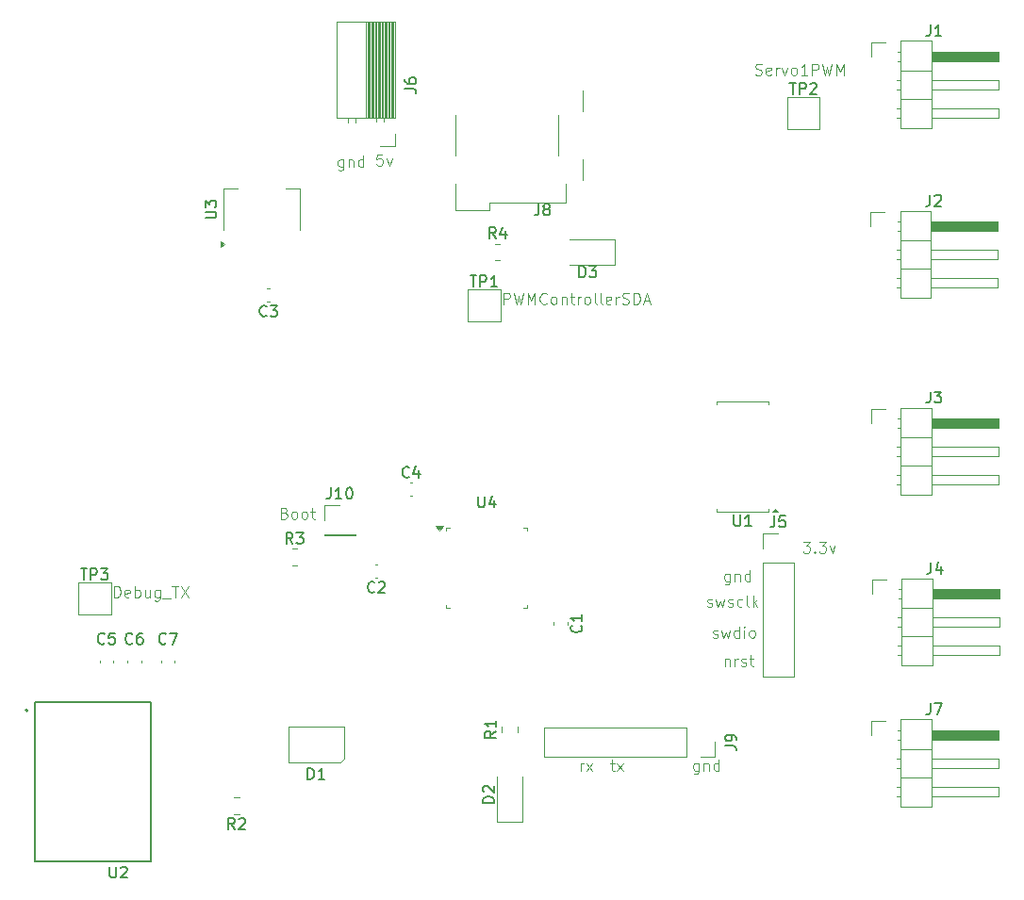
<source format=gbr>
%TF.GenerationSoftware,KiCad,Pcbnew,9.0.4*%
%TF.CreationDate,2025-10-16T20:53:51-05:00*%
%TF.ProjectId,MotorControl,4d6f746f-7243-46f6-9e74-726f6c2e6b69,rev?*%
%TF.SameCoordinates,Original*%
%TF.FileFunction,Legend,Top*%
%TF.FilePolarity,Positive*%
%FSLAX46Y46*%
G04 Gerber Fmt 4.6, Leading zero omitted, Abs format (unit mm)*
G04 Created by KiCad (PCBNEW 9.0.4) date 2025-10-16 20:53:51*
%MOMM*%
%LPD*%
G01*
G04 APERTURE LIST*
%ADD10C,0.100000*%
%ADD11C,0.150000*%
%ADD12C,0.120000*%
%ADD13C,0.127000*%
%ADD14C,0.200000*%
G04 APERTURE END LIST*
D10*
X149052646Y-85232419D02*
X149671693Y-85232419D01*
X149671693Y-85232419D02*
X149338360Y-85613371D01*
X149338360Y-85613371D02*
X149481217Y-85613371D01*
X149481217Y-85613371D02*
X149576455Y-85660990D01*
X149576455Y-85660990D02*
X149624074Y-85708609D01*
X149624074Y-85708609D02*
X149671693Y-85803847D01*
X149671693Y-85803847D02*
X149671693Y-86041942D01*
X149671693Y-86041942D02*
X149624074Y-86137180D01*
X149624074Y-86137180D02*
X149576455Y-86184800D01*
X149576455Y-86184800D02*
X149481217Y-86232419D01*
X149481217Y-86232419D02*
X149195503Y-86232419D01*
X149195503Y-86232419D02*
X149100265Y-86184800D01*
X149100265Y-86184800D02*
X149052646Y-86137180D01*
X150100265Y-86137180D02*
X150147884Y-86184800D01*
X150147884Y-86184800D02*
X150100265Y-86232419D01*
X150100265Y-86232419D02*
X150052646Y-86184800D01*
X150052646Y-86184800D02*
X150100265Y-86137180D01*
X150100265Y-86137180D02*
X150100265Y-86232419D01*
X150481217Y-85232419D02*
X151100264Y-85232419D01*
X151100264Y-85232419D02*
X150766931Y-85613371D01*
X150766931Y-85613371D02*
X150909788Y-85613371D01*
X150909788Y-85613371D02*
X151005026Y-85660990D01*
X151005026Y-85660990D02*
X151052645Y-85708609D01*
X151052645Y-85708609D02*
X151100264Y-85803847D01*
X151100264Y-85803847D02*
X151100264Y-86041942D01*
X151100264Y-86041942D02*
X151052645Y-86137180D01*
X151052645Y-86137180D02*
X151005026Y-86184800D01*
X151005026Y-86184800D02*
X150909788Y-86232419D01*
X150909788Y-86232419D02*
X150624074Y-86232419D01*
X150624074Y-86232419D02*
X150528836Y-86184800D01*
X150528836Y-86184800D02*
X150481217Y-86137180D01*
X151433598Y-85565752D02*
X151671693Y-86232419D01*
X151671693Y-86232419D02*
X151909788Y-85565752D01*
X102491217Y-82660609D02*
X102634074Y-82708228D01*
X102634074Y-82708228D02*
X102681693Y-82755847D01*
X102681693Y-82755847D02*
X102729312Y-82851085D01*
X102729312Y-82851085D02*
X102729312Y-82993942D01*
X102729312Y-82993942D02*
X102681693Y-83089180D01*
X102681693Y-83089180D02*
X102634074Y-83136800D01*
X102634074Y-83136800D02*
X102538836Y-83184419D01*
X102538836Y-83184419D02*
X102157884Y-83184419D01*
X102157884Y-83184419D02*
X102157884Y-82184419D01*
X102157884Y-82184419D02*
X102491217Y-82184419D01*
X102491217Y-82184419D02*
X102586455Y-82232038D01*
X102586455Y-82232038D02*
X102634074Y-82279657D01*
X102634074Y-82279657D02*
X102681693Y-82374895D01*
X102681693Y-82374895D02*
X102681693Y-82470133D01*
X102681693Y-82470133D02*
X102634074Y-82565371D01*
X102634074Y-82565371D02*
X102586455Y-82612990D01*
X102586455Y-82612990D02*
X102491217Y-82660609D01*
X102491217Y-82660609D02*
X102157884Y-82660609D01*
X103300741Y-83184419D02*
X103205503Y-83136800D01*
X103205503Y-83136800D02*
X103157884Y-83089180D01*
X103157884Y-83089180D02*
X103110265Y-82993942D01*
X103110265Y-82993942D02*
X103110265Y-82708228D01*
X103110265Y-82708228D02*
X103157884Y-82612990D01*
X103157884Y-82612990D02*
X103205503Y-82565371D01*
X103205503Y-82565371D02*
X103300741Y-82517752D01*
X103300741Y-82517752D02*
X103443598Y-82517752D01*
X103443598Y-82517752D02*
X103538836Y-82565371D01*
X103538836Y-82565371D02*
X103586455Y-82612990D01*
X103586455Y-82612990D02*
X103634074Y-82708228D01*
X103634074Y-82708228D02*
X103634074Y-82993942D01*
X103634074Y-82993942D02*
X103586455Y-83089180D01*
X103586455Y-83089180D02*
X103538836Y-83136800D01*
X103538836Y-83136800D02*
X103443598Y-83184419D01*
X103443598Y-83184419D02*
X103300741Y-83184419D01*
X104205503Y-83184419D02*
X104110265Y-83136800D01*
X104110265Y-83136800D02*
X104062646Y-83089180D01*
X104062646Y-83089180D02*
X104015027Y-82993942D01*
X104015027Y-82993942D02*
X104015027Y-82708228D01*
X104015027Y-82708228D02*
X104062646Y-82612990D01*
X104062646Y-82612990D02*
X104110265Y-82565371D01*
X104110265Y-82565371D02*
X104205503Y-82517752D01*
X104205503Y-82517752D02*
X104348360Y-82517752D01*
X104348360Y-82517752D02*
X104443598Y-82565371D01*
X104443598Y-82565371D02*
X104491217Y-82612990D01*
X104491217Y-82612990D02*
X104538836Y-82708228D01*
X104538836Y-82708228D02*
X104538836Y-82993942D01*
X104538836Y-82993942D02*
X104491217Y-83089180D01*
X104491217Y-83089180D02*
X104443598Y-83136800D01*
X104443598Y-83136800D02*
X104348360Y-83184419D01*
X104348360Y-83184419D02*
X104205503Y-83184419D01*
X104824551Y-82517752D02*
X105205503Y-82517752D01*
X104967408Y-82184419D02*
X104967408Y-83041561D01*
X104967408Y-83041561D02*
X105015027Y-83136800D01*
X105015027Y-83136800D02*
X105110265Y-83184419D01*
X105110265Y-83184419D02*
X105205503Y-83184419D01*
X140972265Y-93804800D02*
X141067503Y-93852419D01*
X141067503Y-93852419D02*
X141257979Y-93852419D01*
X141257979Y-93852419D02*
X141353217Y-93804800D01*
X141353217Y-93804800D02*
X141400836Y-93709561D01*
X141400836Y-93709561D02*
X141400836Y-93661942D01*
X141400836Y-93661942D02*
X141353217Y-93566704D01*
X141353217Y-93566704D02*
X141257979Y-93519085D01*
X141257979Y-93519085D02*
X141115122Y-93519085D01*
X141115122Y-93519085D02*
X141019884Y-93471466D01*
X141019884Y-93471466D02*
X140972265Y-93376228D01*
X140972265Y-93376228D02*
X140972265Y-93328609D01*
X140972265Y-93328609D02*
X141019884Y-93233371D01*
X141019884Y-93233371D02*
X141115122Y-93185752D01*
X141115122Y-93185752D02*
X141257979Y-93185752D01*
X141257979Y-93185752D02*
X141353217Y-93233371D01*
X141734170Y-93185752D02*
X141924646Y-93852419D01*
X141924646Y-93852419D02*
X142115122Y-93376228D01*
X142115122Y-93376228D02*
X142305598Y-93852419D01*
X142305598Y-93852419D02*
X142496074Y-93185752D01*
X143305598Y-93852419D02*
X143305598Y-92852419D01*
X143305598Y-93804800D02*
X143210360Y-93852419D01*
X143210360Y-93852419D02*
X143019884Y-93852419D01*
X143019884Y-93852419D02*
X142924646Y-93804800D01*
X142924646Y-93804800D02*
X142877027Y-93757180D01*
X142877027Y-93757180D02*
X142829408Y-93661942D01*
X142829408Y-93661942D02*
X142829408Y-93376228D01*
X142829408Y-93376228D02*
X142877027Y-93280990D01*
X142877027Y-93280990D02*
X142924646Y-93233371D01*
X142924646Y-93233371D02*
X143019884Y-93185752D01*
X143019884Y-93185752D02*
X143210360Y-93185752D01*
X143210360Y-93185752D02*
X143305598Y-93233371D01*
X143781789Y-93852419D02*
X143781789Y-93185752D01*
X143781789Y-92852419D02*
X143734170Y-92900038D01*
X143734170Y-92900038D02*
X143781789Y-92947657D01*
X143781789Y-92947657D02*
X143829408Y-92900038D01*
X143829408Y-92900038D02*
X143781789Y-92852419D01*
X143781789Y-92852419D02*
X143781789Y-92947657D01*
X144400836Y-93852419D02*
X144305598Y-93804800D01*
X144305598Y-93804800D02*
X144257979Y-93757180D01*
X144257979Y-93757180D02*
X144210360Y-93661942D01*
X144210360Y-93661942D02*
X144210360Y-93376228D01*
X144210360Y-93376228D02*
X144257979Y-93280990D01*
X144257979Y-93280990D02*
X144305598Y-93233371D01*
X144305598Y-93233371D02*
X144400836Y-93185752D01*
X144400836Y-93185752D02*
X144543693Y-93185752D01*
X144543693Y-93185752D02*
X144638931Y-93233371D01*
X144638931Y-93233371D02*
X144686550Y-93280990D01*
X144686550Y-93280990D02*
X144734169Y-93376228D01*
X144734169Y-93376228D02*
X144734169Y-93661942D01*
X144734169Y-93661942D02*
X144686550Y-93757180D01*
X144686550Y-93757180D02*
X144638931Y-93804800D01*
X144638931Y-93804800D02*
X144543693Y-93852419D01*
X144543693Y-93852419D02*
X144400836Y-93852419D01*
X140464265Y-91010800D02*
X140559503Y-91058419D01*
X140559503Y-91058419D02*
X140749979Y-91058419D01*
X140749979Y-91058419D02*
X140845217Y-91010800D01*
X140845217Y-91010800D02*
X140892836Y-90915561D01*
X140892836Y-90915561D02*
X140892836Y-90867942D01*
X140892836Y-90867942D02*
X140845217Y-90772704D01*
X140845217Y-90772704D02*
X140749979Y-90725085D01*
X140749979Y-90725085D02*
X140607122Y-90725085D01*
X140607122Y-90725085D02*
X140511884Y-90677466D01*
X140511884Y-90677466D02*
X140464265Y-90582228D01*
X140464265Y-90582228D02*
X140464265Y-90534609D01*
X140464265Y-90534609D02*
X140511884Y-90439371D01*
X140511884Y-90439371D02*
X140607122Y-90391752D01*
X140607122Y-90391752D02*
X140749979Y-90391752D01*
X140749979Y-90391752D02*
X140845217Y-90439371D01*
X141226170Y-90391752D02*
X141416646Y-91058419D01*
X141416646Y-91058419D02*
X141607122Y-90582228D01*
X141607122Y-90582228D02*
X141797598Y-91058419D01*
X141797598Y-91058419D02*
X141988074Y-90391752D01*
X142321408Y-91010800D02*
X142416646Y-91058419D01*
X142416646Y-91058419D02*
X142607122Y-91058419D01*
X142607122Y-91058419D02*
X142702360Y-91010800D01*
X142702360Y-91010800D02*
X142749979Y-90915561D01*
X142749979Y-90915561D02*
X142749979Y-90867942D01*
X142749979Y-90867942D02*
X142702360Y-90772704D01*
X142702360Y-90772704D02*
X142607122Y-90725085D01*
X142607122Y-90725085D02*
X142464265Y-90725085D01*
X142464265Y-90725085D02*
X142369027Y-90677466D01*
X142369027Y-90677466D02*
X142321408Y-90582228D01*
X142321408Y-90582228D02*
X142321408Y-90534609D01*
X142321408Y-90534609D02*
X142369027Y-90439371D01*
X142369027Y-90439371D02*
X142464265Y-90391752D01*
X142464265Y-90391752D02*
X142607122Y-90391752D01*
X142607122Y-90391752D02*
X142702360Y-90439371D01*
X143607122Y-91010800D02*
X143511884Y-91058419D01*
X143511884Y-91058419D02*
X143321408Y-91058419D01*
X143321408Y-91058419D02*
X143226170Y-91010800D01*
X143226170Y-91010800D02*
X143178551Y-90963180D01*
X143178551Y-90963180D02*
X143130932Y-90867942D01*
X143130932Y-90867942D02*
X143130932Y-90582228D01*
X143130932Y-90582228D02*
X143178551Y-90486990D01*
X143178551Y-90486990D02*
X143226170Y-90439371D01*
X143226170Y-90439371D02*
X143321408Y-90391752D01*
X143321408Y-90391752D02*
X143511884Y-90391752D01*
X143511884Y-90391752D02*
X143607122Y-90439371D01*
X144178551Y-91058419D02*
X144083313Y-91010800D01*
X144083313Y-91010800D02*
X144035694Y-90915561D01*
X144035694Y-90915561D02*
X144035694Y-90058419D01*
X144559504Y-91058419D02*
X144559504Y-90058419D01*
X144654742Y-90677466D02*
X144940456Y-91058419D01*
X144940456Y-90391752D02*
X144559504Y-90772704D01*
X87203884Y-90222419D02*
X87203884Y-89222419D01*
X87203884Y-89222419D02*
X87441979Y-89222419D01*
X87441979Y-89222419D02*
X87584836Y-89270038D01*
X87584836Y-89270038D02*
X87680074Y-89365276D01*
X87680074Y-89365276D02*
X87727693Y-89460514D01*
X87727693Y-89460514D02*
X87775312Y-89650990D01*
X87775312Y-89650990D02*
X87775312Y-89793847D01*
X87775312Y-89793847D02*
X87727693Y-89984323D01*
X87727693Y-89984323D02*
X87680074Y-90079561D01*
X87680074Y-90079561D02*
X87584836Y-90174800D01*
X87584836Y-90174800D02*
X87441979Y-90222419D01*
X87441979Y-90222419D02*
X87203884Y-90222419D01*
X88584836Y-90174800D02*
X88489598Y-90222419D01*
X88489598Y-90222419D02*
X88299122Y-90222419D01*
X88299122Y-90222419D02*
X88203884Y-90174800D01*
X88203884Y-90174800D02*
X88156265Y-90079561D01*
X88156265Y-90079561D02*
X88156265Y-89698609D01*
X88156265Y-89698609D02*
X88203884Y-89603371D01*
X88203884Y-89603371D02*
X88299122Y-89555752D01*
X88299122Y-89555752D02*
X88489598Y-89555752D01*
X88489598Y-89555752D02*
X88584836Y-89603371D01*
X88584836Y-89603371D02*
X88632455Y-89698609D01*
X88632455Y-89698609D02*
X88632455Y-89793847D01*
X88632455Y-89793847D02*
X88156265Y-89889085D01*
X89061027Y-90222419D02*
X89061027Y-89222419D01*
X89061027Y-89603371D02*
X89156265Y-89555752D01*
X89156265Y-89555752D02*
X89346741Y-89555752D01*
X89346741Y-89555752D02*
X89441979Y-89603371D01*
X89441979Y-89603371D02*
X89489598Y-89650990D01*
X89489598Y-89650990D02*
X89537217Y-89746228D01*
X89537217Y-89746228D02*
X89537217Y-90031942D01*
X89537217Y-90031942D02*
X89489598Y-90127180D01*
X89489598Y-90127180D02*
X89441979Y-90174800D01*
X89441979Y-90174800D02*
X89346741Y-90222419D01*
X89346741Y-90222419D02*
X89156265Y-90222419D01*
X89156265Y-90222419D02*
X89061027Y-90174800D01*
X90394360Y-89555752D02*
X90394360Y-90222419D01*
X89965789Y-89555752D02*
X89965789Y-90079561D01*
X89965789Y-90079561D02*
X90013408Y-90174800D01*
X90013408Y-90174800D02*
X90108646Y-90222419D01*
X90108646Y-90222419D02*
X90251503Y-90222419D01*
X90251503Y-90222419D02*
X90346741Y-90174800D01*
X90346741Y-90174800D02*
X90394360Y-90127180D01*
X91299122Y-89555752D02*
X91299122Y-90365276D01*
X91299122Y-90365276D02*
X91251503Y-90460514D01*
X91251503Y-90460514D02*
X91203884Y-90508133D01*
X91203884Y-90508133D02*
X91108646Y-90555752D01*
X91108646Y-90555752D02*
X90965789Y-90555752D01*
X90965789Y-90555752D02*
X90870551Y-90508133D01*
X91299122Y-90174800D02*
X91203884Y-90222419D01*
X91203884Y-90222419D02*
X91013408Y-90222419D01*
X91013408Y-90222419D02*
X90918170Y-90174800D01*
X90918170Y-90174800D02*
X90870551Y-90127180D01*
X90870551Y-90127180D02*
X90822932Y-90031942D01*
X90822932Y-90031942D02*
X90822932Y-89746228D01*
X90822932Y-89746228D02*
X90870551Y-89650990D01*
X90870551Y-89650990D02*
X90918170Y-89603371D01*
X90918170Y-89603371D02*
X91013408Y-89555752D01*
X91013408Y-89555752D02*
X91203884Y-89555752D01*
X91203884Y-89555752D02*
X91299122Y-89603371D01*
X91537218Y-90317657D02*
X92299122Y-90317657D01*
X92394361Y-89222419D02*
X92965789Y-89222419D01*
X92680075Y-90222419D02*
X92680075Y-89222419D01*
X93203885Y-89222419D02*
X93870551Y-90222419D01*
X93870551Y-89222419D02*
X93203885Y-90222419D01*
X144782265Y-43258800D02*
X144925122Y-43306419D01*
X144925122Y-43306419D02*
X145163217Y-43306419D01*
X145163217Y-43306419D02*
X145258455Y-43258800D01*
X145258455Y-43258800D02*
X145306074Y-43211180D01*
X145306074Y-43211180D02*
X145353693Y-43115942D01*
X145353693Y-43115942D02*
X145353693Y-43020704D01*
X145353693Y-43020704D02*
X145306074Y-42925466D01*
X145306074Y-42925466D02*
X145258455Y-42877847D01*
X145258455Y-42877847D02*
X145163217Y-42830228D01*
X145163217Y-42830228D02*
X144972741Y-42782609D01*
X144972741Y-42782609D02*
X144877503Y-42734990D01*
X144877503Y-42734990D02*
X144829884Y-42687371D01*
X144829884Y-42687371D02*
X144782265Y-42592133D01*
X144782265Y-42592133D02*
X144782265Y-42496895D01*
X144782265Y-42496895D02*
X144829884Y-42401657D01*
X144829884Y-42401657D02*
X144877503Y-42354038D01*
X144877503Y-42354038D02*
X144972741Y-42306419D01*
X144972741Y-42306419D02*
X145210836Y-42306419D01*
X145210836Y-42306419D02*
X145353693Y-42354038D01*
X146163217Y-43258800D02*
X146067979Y-43306419D01*
X146067979Y-43306419D02*
X145877503Y-43306419D01*
X145877503Y-43306419D02*
X145782265Y-43258800D01*
X145782265Y-43258800D02*
X145734646Y-43163561D01*
X145734646Y-43163561D02*
X145734646Y-42782609D01*
X145734646Y-42782609D02*
X145782265Y-42687371D01*
X145782265Y-42687371D02*
X145877503Y-42639752D01*
X145877503Y-42639752D02*
X146067979Y-42639752D01*
X146067979Y-42639752D02*
X146163217Y-42687371D01*
X146163217Y-42687371D02*
X146210836Y-42782609D01*
X146210836Y-42782609D02*
X146210836Y-42877847D01*
X146210836Y-42877847D02*
X145734646Y-42973085D01*
X146639408Y-43306419D02*
X146639408Y-42639752D01*
X146639408Y-42830228D02*
X146687027Y-42734990D01*
X146687027Y-42734990D02*
X146734646Y-42687371D01*
X146734646Y-42687371D02*
X146829884Y-42639752D01*
X146829884Y-42639752D02*
X146925122Y-42639752D01*
X147163218Y-42639752D02*
X147401313Y-43306419D01*
X147401313Y-43306419D02*
X147639408Y-42639752D01*
X148163218Y-43306419D02*
X148067980Y-43258800D01*
X148067980Y-43258800D02*
X148020361Y-43211180D01*
X148020361Y-43211180D02*
X147972742Y-43115942D01*
X147972742Y-43115942D02*
X147972742Y-42830228D01*
X147972742Y-42830228D02*
X148020361Y-42734990D01*
X148020361Y-42734990D02*
X148067980Y-42687371D01*
X148067980Y-42687371D02*
X148163218Y-42639752D01*
X148163218Y-42639752D02*
X148306075Y-42639752D01*
X148306075Y-42639752D02*
X148401313Y-42687371D01*
X148401313Y-42687371D02*
X148448932Y-42734990D01*
X148448932Y-42734990D02*
X148496551Y-42830228D01*
X148496551Y-42830228D02*
X148496551Y-43115942D01*
X148496551Y-43115942D02*
X148448932Y-43211180D01*
X148448932Y-43211180D02*
X148401313Y-43258800D01*
X148401313Y-43258800D02*
X148306075Y-43306419D01*
X148306075Y-43306419D02*
X148163218Y-43306419D01*
X149448932Y-43306419D02*
X148877504Y-43306419D01*
X149163218Y-43306419D02*
X149163218Y-42306419D01*
X149163218Y-42306419D02*
X149067980Y-42449276D01*
X149067980Y-42449276D02*
X148972742Y-42544514D01*
X148972742Y-42544514D02*
X148877504Y-42592133D01*
X149877504Y-43306419D02*
X149877504Y-42306419D01*
X149877504Y-42306419D02*
X150258456Y-42306419D01*
X150258456Y-42306419D02*
X150353694Y-42354038D01*
X150353694Y-42354038D02*
X150401313Y-42401657D01*
X150401313Y-42401657D02*
X150448932Y-42496895D01*
X150448932Y-42496895D02*
X150448932Y-42639752D01*
X150448932Y-42639752D02*
X150401313Y-42734990D01*
X150401313Y-42734990D02*
X150353694Y-42782609D01*
X150353694Y-42782609D02*
X150258456Y-42830228D01*
X150258456Y-42830228D02*
X149877504Y-42830228D01*
X150782266Y-42306419D02*
X151020361Y-43306419D01*
X151020361Y-43306419D02*
X151210837Y-42592133D01*
X151210837Y-42592133D02*
X151401313Y-43306419D01*
X151401313Y-43306419D02*
X151639409Y-42306419D01*
X152020361Y-43306419D02*
X152020361Y-42306419D01*
X152020361Y-42306419D02*
X152353694Y-43020704D01*
X152353694Y-43020704D02*
X152687027Y-42306419D01*
X152687027Y-42306419D02*
X152687027Y-43306419D01*
X107768055Y-50894752D02*
X107768055Y-51704276D01*
X107768055Y-51704276D02*
X107720436Y-51799514D01*
X107720436Y-51799514D02*
X107672817Y-51847133D01*
X107672817Y-51847133D02*
X107577579Y-51894752D01*
X107577579Y-51894752D02*
X107434722Y-51894752D01*
X107434722Y-51894752D02*
X107339484Y-51847133D01*
X107768055Y-51513800D02*
X107672817Y-51561419D01*
X107672817Y-51561419D02*
X107482341Y-51561419D01*
X107482341Y-51561419D02*
X107387103Y-51513800D01*
X107387103Y-51513800D02*
X107339484Y-51466180D01*
X107339484Y-51466180D02*
X107291865Y-51370942D01*
X107291865Y-51370942D02*
X107291865Y-51085228D01*
X107291865Y-51085228D02*
X107339484Y-50989990D01*
X107339484Y-50989990D02*
X107387103Y-50942371D01*
X107387103Y-50942371D02*
X107482341Y-50894752D01*
X107482341Y-50894752D02*
X107672817Y-50894752D01*
X107672817Y-50894752D02*
X107768055Y-50942371D01*
X108244246Y-50894752D02*
X108244246Y-51561419D01*
X108244246Y-50989990D02*
X108291865Y-50942371D01*
X108291865Y-50942371D02*
X108387103Y-50894752D01*
X108387103Y-50894752D02*
X108529960Y-50894752D01*
X108529960Y-50894752D02*
X108625198Y-50942371D01*
X108625198Y-50942371D02*
X108672817Y-51037609D01*
X108672817Y-51037609D02*
X108672817Y-51561419D01*
X109577579Y-51561419D02*
X109577579Y-50561419D01*
X109577579Y-51513800D02*
X109482341Y-51561419D01*
X109482341Y-51561419D02*
X109291865Y-51561419D01*
X109291865Y-51561419D02*
X109196627Y-51513800D01*
X109196627Y-51513800D02*
X109149008Y-51466180D01*
X109149008Y-51466180D02*
X109101389Y-51370942D01*
X109101389Y-51370942D02*
X109101389Y-51085228D01*
X109101389Y-51085228D02*
X109149008Y-50989990D01*
X109149008Y-50989990D02*
X109196627Y-50942371D01*
X109196627Y-50942371D02*
X109291865Y-50894752D01*
X109291865Y-50894752D02*
X109482341Y-50894752D01*
X109482341Y-50894752D02*
X109577579Y-50942371D01*
X111270074Y-50434419D02*
X110793884Y-50434419D01*
X110793884Y-50434419D02*
X110746265Y-50910609D01*
X110746265Y-50910609D02*
X110793884Y-50862990D01*
X110793884Y-50862990D02*
X110889122Y-50815371D01*
X110889122Y-50815371D02*
X111127217Y-50815371D01*
X111127217Y-50815371D02*
X111222455Y-50862990D01*
X111222455Y-50862990D02*
X111270074Y-50910609D01*
X111270074Y-50910609D02*
X111317693Y-51005847D01*
X111317693Y-51005847D02*
X111317693Y-51243942D01*
X111317693Y-51243942D02*
X111270074Y-51339180D01*
X111270074Y-51339180D02*
X111222455Y-51386800D01*
X111222455Y-51386800D02*
X111127217Y-51434419D01*
X111127217Y-51434419D02*
X110889122Y-51434419D01*
X110889122Y-51434419D02*
X110793884Y-51386800D01*
X110793884Y-51386800D02*
X110746265Y-51339180D01*
X111651027Y-50767752D02*
X111889122Y-51434419D01*
X111889122Y-51434419D02*
X112127217Y-50767752D01*
X122173884Y-63892419D02*
X122173884Y-62892419D01*
X122173884Y-62892419D02*
X122554836Y-62892419D01*
X122554836Y-62892419D02*
X122650074Y-62940038D01*
X122650074Y-62940038D02*
X122697693Y-62987657D01*
X122697693Y-62987657D02*
X122745312Y-63082895D01*
X122745312Y-63082895D02*
X122745312Y-63225752D01*
X122745312Y-63225752D02*
X122697693Y-63320990D01*
X122697693Y-63320990D02*
X122650074Y-63368609D01*
X122650074Y-63368609D02*
X122554836Y-63416228D01*
X122554836Y-63416228D02*
X122173884Y-63416228D01*
X123078646Y-62892419D02*
X123316741Y-63892419D01*
X123316741Y-63892419D02*
X123507217Y-63178133D01*
X123507217Y-63178133D02*
X123697693Y-63892419D01*
X123697693Y-63892419D02*
X123935789Y-62892419D01*
X124316741Y-63892419D02*
X124316741Y-62892419D01*
X124316741Y-62892419D02*
X124650074Y-63606704D01*
X124650074Y-63606704D02*
X124983407Y-62892419D01*
X124983407Y-62892419D02*
X124983407Y-63892419D01*
X126031026Y-63797180D02*
X125983407Y-63844800D01*
X125983407Y-63844800D02*
X125840550Y-63892419D01*
X125840550Y-63892419D02*
X125745312Y-63892419D01*
X125745312Y-63892419D02*
X125602455Y-63844800D01*
X125602455Y-63844800D02*
X125507217Y-63749561D01*
X125507217Y-63749561D02*
X125459598Y-63654323D01*
X125459598Y-63654323D02*
X125411979Y-63463847D01*
X125411979Y-63463847D02*
X125411979Y-63320990D01*
X125411979Y-63320990D02*
X125459598Y-63130514D01*
X125459598Y-63130514D02*
X125507217Y-63035276D01*
X125507217Y-63035276D02*
X125602455Y-62940038D01*
X125602455Y-62940038D02*
X125745312Y-62892419D01*
X125745312Y-62892419D02*
X125840550Y-62892419D01*
X125840550Y-62892419D02*
X125983407Y-62940038D01*
X125983407Y-62940038D02*
X126031026Y-62987657D01*
X126602455Y-63892419D02*
X126507217Y-63844800D01*
X126507217Y-63844800D02*
X126459598Y-63797180D01*
X126459598Y-63797180D02*
X126411979Y-63701942D01*
X126411979Y-63701942D02*
X126411979Y-63416228D01*
X126411979Y-63416228D02*
X126459598Y-63320990D01*
X126459598Y-63320990D02*
X126507217Y-63273371D01*
X126507217Y-63273371D02*
X126602455Y-63225752D01*
X126602455Y-63225752D02*
X126745312Y-63225752D01*
X126745312Y-63225752D02*
X126840550Y-63273371D01*
X126840550Y-63273371D02*
X126888169Y-63320990D01*
X126888169Y-63320990D02*
X126935788Y-63416228D01*
X126935788Y-63416228D02*
X126935788Y-63701942D01*
X126935788Y-63701942D02*
X126888169Y-63797180D01*
X126888169Y-63797180D02*
X126840550Y-63844800D01*
X126840550Y-63844800D02*
X126745312Y-63892419D01*
X126745312Y-63892419D02*
X126602455Y-63892419D01*
X127364360Y-63225752D02*
X127364360Y-63892419D01*
X127364360Y-63320990D02*
X127411979Y-63273371D01*
X127411979Y-63273371D02*
X127507217Y-63225752D01*
X127507217Y-63225752D02*
X127650074Y-63225752D01*
X127650074Y-63225752D02*
X127745312Y-63273371D01*
X127745312Y-63273371D02*
X127792931Y-63368609D01*
X127792931Y-63368609D02*
X127792931Y-63892419D01*
X128126265Y-63225752D02*
X128507217Y-63225752D01*
X128269122Y-62892419D02*
X128269122Y-63749561D01*
X128269122Y-63749561D02*
X128316741Y-63844800D01*
X128316741Y-63844800D02*
X128411979Y-63892419D01*
X128411979Y-63892419D02*
X128507217Y-63892419D01*
X128840551Y-63892419D02*
X128840551Y-63225752D01*
X128840551Y-63416228D02*
X128888170Y-63320990D01*
X128888170Y-63320990D02*
X128935789Y-63273371D01*
X128935789Y-63273371D02*
X129031027Y-63225752D01*
X129031027Y-63225752D02*
X129126265Y-63225752D01*
X129602456Y-63892419D02*
X129507218Y-63844800D01*
X129507218Y-63844800D02*
X129459599Y-63797180D01*
X129459599Y-63797180D02*
X129411980Y-63701942D01*
X129411980Y-63701942D02*
X129411980Y-63416228D01*
X129411980Y-63416228D02*
X129459599Y-63320990D01*
X129459599Y-63320990D02*
X129507218Y-63273371D01*
X129507218Y-63273371D02*
X129602456Y-63225752D01*
X129602456Y-63225752D02*
X129745313Y-63225752D01*
X129745313Y-63225752D02*
X129840551Y-63273371D01*
X129840551Y-63273371D02*
X129888170Y-63320990D01*
X129888170Y-63320990D02*
X129935789Y-63416228D01*
X129935789Y-63416228D02*
X129935789Y-63701942D01*
X129935789Y-63701942D02*
X129888170Y-63797180D01*
X129888170Y-63797180D02*
X129840551Y-63844800D01*
X129840551Y-63844800D02*
X129745313Y-63892419D01*
X129745313Y-63892419D02*
X129602456Y-63892419D01*
X130507218Y-63892419D02*
X130411980Y-63844800D01*
X130411980Y-63844800D02*
X130364361Y-63749561D01*
X130364361Y-63749561D02*
X130364361Y-62892419D01*
X131031028Y-63892419D02*
X130935790Y-63844800D01*
X130935790Y-63844800D02*
X130888171Y-63749561D01*
X130888171Y-63749561D02*
X130888171Y-62892419D01*
X131792933Y-63844800D02*
X131697695Y-63892419D01*
X131697695Y-63892419D02*
X131507219Y-63892419D01*
X131507219Y-63892419D02*
X131411981Y-63844800D01*
X131411981Y-63844800D02*
X131364362Y-63749561D01*
X131364362Y-63749561D02*
X131364362Y-63368609D01*
X131364362Y-63368609D02*
X131411981Y-63273371D01*
X131411981Y-63273371D02*
X131507219Y-63225752D01*
X131507219Y-63225752D02*
X131697695Y-63225752D01*
X131697695Y-63225752D02*
X131792933Y-63273371D01*
X131792933Y-63273371D02*
X131840552Y-63368609D01*
X131840552Y-63368609D02*
X131840552Y-63463847D01*
X131840552Y-63463847D02*
X131364362Y-63559085D01*
X132269124Y-63892419D02*
X132269124Y-63225752D01*
X132269124Y-63416228D02*
X132316743Y-63320990D01*
X132316743Y-63320990D02*
X132364362Y-63273371D01*
X132364362Y-63273371D02*
X132459600Y-63225752D01*
X132459600Y-63225752D02*
X132554838Y-63225752D01*
X132840553Y-63844800D02*
X132983410Y-63892419D01*
X132983410Y-63892419D02*
X133221505Y-63892419D01*
X133221505Y-63892419D02*
X133316743Y-63844800D01*
X133316743Y-63844800D02*
X133364362Y-63797180D01*
X133364362Y-63797180D02*
X133411981Y-63701942D01*
X133411981Y-63701942D02*
X133411981Y-63606704D01*
X133411981Y-63606704D02*
X133364362Y-63511466D01*
X133364362Y-63511466D02*
X133316743Y-63463847D01*
X133316743Y-63463847D02*
X133221505Y-63416228D01*
X133221505Y-63416228D02*
X133031029Y-63368609D01*
X133031029Y-63368609D02*
X132935791Y-63320990D01*
X132935791Y-63320990D02*
X132888172Y-63273371D01*
X132888172Y-63273371D02*
X132840553Y-63178133D01*
X132840553Y-63178133D02*
X132840553Y-63082895D01*
X132840553Y-63082895D02*
X132888172Y-62987657D01*
X132888172Y-62987657D02*
X132935791Y-62940038D01*
X132935791Y-62940038D02*
X133031029Y-62892419D01*
X133031029Y-62892419D02*
X133269124Y-62892419D01*
X133269124Y-62892419D02*
X133411981Y-62940038D01*
X133840553Y-63892419D02*
X133840553Y-62892419D01*
X133840553Y-62892419D02*
X134078648Y-62892419D01*
X134078648Y-62892419D02*
X134221505Y-62940038D01*
X134221505Y-62940038D02*
X134316743Y-63035276D01*
X134316743Y-63035276D02*
X134364362Y-63130514D01*
X134364362Y-63130514D02*
X134411981Y-63320990D01*
X134411981Y-63320990D02*
X134411981Y-63463847D01*
X134411981Y-63463847D02*
X134364362Y-63654323D01*
X134364362Y-63654323D02*
X134316743Y-63749561D01*
X134316743Y-63749561D02*
X134221505Y-63844800D01*
X134221505Y-63844800D02*
X134078648Y-63892419D01*
X134078648Y-63892419D02*
X133840553Y-63892419D01*
X134792934Y-63606704D02*
X135269124Y-63606704D01*
X134697696Y-63892419D02*
X135031029Y-62892419D01*
X135031029Y-62892419D02*
X135364362Y-63892419D01*
X131733027Y-105123752D02*
X132113979Y-105123752D01*
X131875884Y-104790419D02*
X131875884Y-105647561D01*
X131875884Y-105647561D02*
X131923503Y-105742800D01*
X131923503Y-105742800D02*
X132018741Y-105790419D01*
X132018741Y-105790419D02*
X132113979Y-105790419D01*
X132352075Y-105790419D02*
X132875884Y-105123752D01*
X132352075Y-105123752D02*
X132875884Y-105790419D01*
X139670455Y-105123752D02*
X139670455Y-105933276D01*
X139670455Y-105933276D02*
X139622836Y-106028514D01*
X139622836Y-106028514D02*
X139575217Y-106076133D01*
X139575217Y-106076133D02*
X139479979Y-106123752D01*
X139479979Y-106123752D02*
X139337122Y-106123752D01*
X139337122Y-106123752D02*
X139241884Y-106076133D01*
X139670455Y-105742800D02*
X139575217Y-105790419D01*
X139575217Y-105790419D02*
X139384741Y-105790419D01*
X139384741Y-105790419D02*
X139289503Y-105742800D01*
X139289503Y-105742800D02*
X139241884Y-105695180D01*
X139241884Y-105695180D02*
X139194265Y-105599942D01*
X139194265Y-105599942D02*
X139194265Y-105314228D01*
X139194265Y-105314228D02*
X139241884Y-105218990D01*
X139241884Y-105218990D02*
X139289503Y-105171371D01*
X139289503Y-105171371D02*
X139384741Y-105123752D01*
X139384741Y-105123752D02*
X139575217Y-105123752D01*
X139575217Y-105123752D02*
X139670455Y-105171371D01*
X140146646Y-105123752D02*
X140146646Y-105790419D01*
X140146646Y-105218990D02*
X140194265Y-105171371D01*
X140194265Y-105171371D02*
X140289503Y-105123752D01*
X140289503Y-105123752D02*
X140432360Y-105123752D01*
X140432360Y-105123752D02*
X140527598Y-105171371D01*
X140527598Y-105171371D02*
X140575217Y-105266609D01*
X140575217Y-105266609D02*
X140575217Y-105790419D01*
X141479979Y-105790419D02*
X141479979Y-104790419D01*
X141479979Y-105742800D02*
X141384741Y-105790419D01*
X141384741Y-105790419D02*
X141194265Y-105790419D01*
X141194265Y-105790419D02*
X141099027Y-105742800D01*
X141099027Y-105742800D02*
X141051408Y-105695180D01*
X141051408Y-105695180D02*
X141003789Y-105599942D01*
X141003789Y-105599942D02*
X141003789Y-105314228D01*
X141003789Y-105314228D02*
X141051408Y-105218990D01*
X141051408Y-105218990D02*
X141099027Y-105171371D01*
X141099027Y-105171371D02*
X141194265Y-105123752D01*
X141194265Y-105123752D02*
X141384741Y-105123752D01*
X141384741Y-105123752D02*
X141479979Y-105171371D01*
X142035884Y-95725752D02*
X142035884Y-96392419D01*
X142035884Y-95820990D02*
X142083503Y-95773371D01*
X142083503Y-95773371D02*
X142178741Y-95725752D01*
X142178741Y-95725752D02*
X142321598Y-95725752D01*
X142321598Y-95725752D02*
X142416836Y-95773371D01*
X142416836Y-95773371D02*
X142464455Y-95868609D01*
X142464455Y-95868609D02*
X142464455Y-96392419D01*
X142940646Y-96392419D02*
X142940646Y-95725752D01*
X142940646Y-95916228D02*
X142988265Y-95820990D01*
X142988265Y-95820990D02*
X143035884Y-95773371D01*
X143035884Y-95773371D02*
X143131122Y-95725752D01*
X143131122Y-95725752D02*
X143226360Y-95725752D01*
X143512075Y-96344800D02*
X143607313Y-96392419D01*
X143607313Y-96392419D02*
X143797789Y-96392419D01*
X143797789Y-96392419D02*
X143893027Y-96344800D01*
X143893027Y-96344800D02*
X143940646Y-96249561D01*
X143940646Y-96249561D02*
X143940646Y-96201942D01*
X143940646Y-96201942D02*
X143893027Y-96106704D01*
X143893027Y-96106704D02*
X143797789Y-96059085D01*
X143797789Y-96059085D02*
X143654932Y-96059085D01*
X143654932Y-96059085D02*
X143559694Y-96011466D01*
X143559694Y-96011466D02*
X143512075Y-95916228D01*
X143512075Y-95916228D02*
X143512075Y-95868609D01*
X143512075Y-95868609D02*
X143559694Y-95773371D01*
X143559694Y-95773371D02*
X143654932Y-95725752D01*
X143654932Y-95725752D02*
X143797789Y-95725752D01*
X143797789Y-95725752D02*
X143893027Y-95773371D01*
X144226361Y-95725752D02*
X144607313Y-95725752D01*
X144369218Y-95392419D02*
X144369218Y-96249561D01*
X144369218Y-96249561D02*
X144416837Y-96344800D01*
X144416837Y-96344800D02*
X144512075Y-96392419D01*
X144512075Y-96392419D02*
X144607313Y-96392419D01*
X129081884Y-105790419D02*
X129081884Y-105123752D01*
X129081884Y-105314228D02*
X129129503Y-105218990D01*
X129129503Y-105218990D02*
X129177122Y-105171371D01*
X129177122Y-105171371D02*
X129272360Y-105123752D01*
X129272360Y-105123752D02*
X129367598Y-105123752D01*
X129605694Y-105790419D02*
X130129503Y-105123752D01*
X129605694Y-105123752D02*
X130129503Y-105790419D01*
X142464455Y-88105752D02*
X142464455Y-88915276D01*
X142464455Y-88915276D02*
X142416836Y-89010514D01*
X142416836Y-89010514D02*
X142369217Y-89058133D01*
X142369217Y-89058133D02*
X142273979Y-89105752D01*
X142273979Y-89105752D02*
X142131122Y-89105752D01*
X142131122Y-89105752D02*
X142035884Y-89058133D01*
X142464455Y-88724800D02*
X142369217Y-88772419D01*
X142369217Y-88772419D02*
X142178741Y-88772419D01*
X142178741Y-88772419D02*
X142083503Y-88724800D01*
X142083503Y-88724800D02*
X142035884Y-88677180D01*
X142035884Y-88677180D02*
X141988265Y-88581942D01*
X141988265Y-88581942D02*
X141988265Y-88296228D01*
X141988265Y-88296228D02*
X142035884Y-88200990D01*
X142035884Y-88200990D02*
X142083503Y-88153371D01*
X142083503Y-88153371D02*
X142178741Y-88105752D01*
X142178741Y-88105752D02*
X142369217Y-88105752D01*
X142369217Y-88105752D02*
X142464455Y-88153371D01*
X142940646Y-88105752D02*
X142940646Y-88772419D01*
X142940646Y-88200990D02*
X142988265Y-88153371D01*
X142988265Y-88153371D02*
X143083503Y-88105752D01*
X143083503Y-88105752D02*
X143226360Y-88105752D01*
X143226360Y-88105752D02*
X143321598Y-88153371D01*
X143321598Y-88153371D02*
X143369217Y-88248609D01*
X143369217Y-88248609D02*
X143369217Y-88772419D01*
X144273979Y-88772419D02*
X144273979Y-87772419D01*
X144273979Y-88724800D02*
X144178741Y-88772419D01*
X144178741Y-88772419D02*
X143988265Y-88772419D01*
X143988265Y-88772419D02*
X143893027Y-88724800D01*
X143893027Y-88724800D02*
X143845408Y-88677180D01*
X143845408Y-88677180D02*
X143797789Y-88581942D01*
X143797789Y-88581942D02*
X143797789Y-88296228D01*
X143797789Y-88296228D02*
X143845408Y-88200990D01*
X143845408Y-88200990D02*
X143893027Y-88153371D01*
X143893027Y-88153371D02*
X143988265Y-88105752D01*
X143988265Y-88105752D02*
X144178741Y-88105752D01*
X144178741Y-88105752D02*
X144273979Y-88153371D01*
D11*
X160474066Y-71759219D02*
X160474066Y-72473504D01*
X160474066Y-72473504D02*
X160426447Y-72616361D01*
X160426447Y-72616361D02*
X160331209Y-72711600D01*
X160331209Y-72711600D02*
X160188352Y-72759219D01*
X160188352Y-72759219D02*
X160093114Y-72759219D01*
X160855019Y-71759219D02*
X161474066Y-71759219D01*
X161474066Y-71759219D02*
X161140733Y-72140171D01*
X161140733Y-72140171D02*
X161283590Y-72140171D01*
X161283590Y-72140171D02*
X161378828Y-72187790D01*
X161378828Y-72187790D02*
X161426447Y-72235409D01*
X161426447Y-72235409D02*
X161474066Y-72330647D01*
X161474066Y-72330647D02*
X161474066Y-72568742D01*
X161474066Y-72568742D02*
X161426447Y-72663980D01*
X161426447Y-72663980D02*
X161378828Y-72711600D01*
X161378828Y-72711600D02*
X161283590Y-72759219D01*
X161283590Y-72759219D02*
X160997876Y-72759219D01*
X160997876Y-72759219D02*
X160902638Y-72711600D01*
X160902638Y-72711600D02*
X160855019Y-72663980D01*
X91833333Y-94359580D02*
X91785714Y-94407200D01*
X91785714Y-94407200D02*
X91642857Y-94454819D01*
X91642857Y-94454819D02*
X91547619Y-94454819D01*
X91547619Y-94454819D02*
X91404762Y-94407200D01*
X91404762Y-94407200D02*
X91309524Y-94311961D01*
X91309524Y-94311961D02*
X91261905Y-94216723D01*
X91261905Y-94216723D02*
X91214286Y-94026247D01*
X91214286Y-94026247D02*
X91214286Y-93883390D01*
X91214286Y-93883390D02*
X91261905Y-93692914D01*
X91261905Y-93692914D02*
X91309524Y-93597676D01*
X91309524Y-93597676D02*
X91404762Y-93502438D01*
X91404762Y-93502438D02*
X91547619Y-93454819D01*
X91547619Y-93454819D02*
X91642857Y-93454819D01*
X91642857Y-93454819D02*
X91785714Y-93502438D01*
X91785714Y-93502438D02*
X91833333Y-93550057D01*
X92166667Y-93454819D02*
X92833333Y-93454819D01*
X92833333Y-93454819D02*
X92404762Y-94454819D01*
X128959405Y-61484819D02*
X128959405Y-60484819D01*
X128959405Y-60484819D02*
X129197500Y-60484819D01*
X129197500Y-60484819D02*
X129340357Y-60532438D01*
X129340357Y-60532438D02*
X129435595Y-60627676D01*
X129435595Y-60627676D02*
X129483214Y-60722914D01*
X129483214Y-60722914D02*
X129530833Y-60913390D01*
X129530833Y-60913390D02*
X129530833Y-61056247D01*
X129530833Y-61056247D02*
X129483214Y-61246723D01*
X129483214Y-61246723D02*
X129435595Y-61341961D01*
X129435595Y-61341961D02*
X129340357Y-61437200D01*
X129340357Y-61437200D02*
X129197500Y-61484819D01*
X129197500Y-61484819D02*
X128959405Y-61484819D01*
X129864167Y-60484819D02*
X130483214Y-60484819D01*
X130483214Y-60484819D02*
X130149881Y-60865771D01*
X130149881Y-60865771D02*
X130292738Y-60865771D01*
X130292738Y-60865771D02*
X130387976Y-60913390D01*
X130387976Y-60913390D02*
X130435595Y-60961009D01*
X130435595Y-60961009D02*
X130483214Y-61056247D01*
X130483214Y-61056247D02*
X130483214Y-61294342D01*
X130483214Y-61294342D02*
X130435595Y-61389580D01*
X130435595Y-61389580D02*
X130387976Y-61437200D01*
X130387976Y-61437200D02*
X130292738Y-61484819D01*
X130292738Y-61484819D02*
X130007024Y-61484819D01*
X130007024Y-61484819D02*
X129911786Y-61437200D01*
X129911786Y-61437200D02*
X129864167Y-61389580D01*
X104579405Y-106574819D02*
X104579405Y-105574819D01*
X104579405Y-105574819D02*
X104817500Y-105574819D01*
X104817500Y-105574819D02*
X104960357Y-105622438D01*
X104960357Y-105622438D02*
X105055595Y-105717676D01*
X105055595Y-105717676D02*
X105103214Y-105812914D01*
X105103214Y-105812914D02*
X105150833Y-106003390D01*
X105150833Y-106003390D02*
X105150833Y-106146247D01*
X105150833Y-106146247D02*
X105103214Y-106336723D01*
X105103214Y-106336723D02*
X105055595Y-106431961D01*
X105055595Y-106431961D02*
X104960357Y-106527200D01*
X104960357Y-106527200D02*
X104817500Y-106574819D01*
X104817500Y-106574819D02*
X104579405Y-106574819D01*
X106103214Y-106574819D02*
X105531786Y-106574819D01*
X105817500Y-106574819D02*
X105817500Y-105574819D01*
X105817500Y-105574819D02*
X105722262Y-105717676D01*
X105722262Y-105717676D02*
X105627024Y-105812914D01*
X105627024Y-105812914D02*
X105531786Y-105860533D01*
X95373119Y-56159304D02*
X96182642Y-56159304D01*
X96182642Y-56159304D02*
X96277880Y-56111685D01*
X96277880Y-56111685D02*
X96325500Y-56064066D01*
X96325500Y-56064066D02*
X96373119Y-55968828D01*
X96373119Y-55968828D02*
X96373119Y-55778352D01*
X96373119Y-55778352D02*
X96325500Y-55683114D01*
X96325500Y-55683114D02*
X96277880Y-55635495D01*
X96277880Y-55635495D02*
X96182642Y-55587876D01*
X96182642Y-55587876D02*
X95373119Y-55587876D01*
X95373119Y-55206923D02*
X95373119Y-54587876D01*
X95373119Y-54587876D02*
X95754071Y-54921209D01*
X95754071Y-54921209D02*
X95754071Y-54778352D01*
X95754071Y-54778352D02*
X95801690Y-54683114D01*
X95801690Y-54683114D02*
X95849309Y-54635495D01*
X95849309Y-54635495D02*
X95944547Y-54587876D01*
X95944547Y-54587876D02*
X96182642Y-54587876D01*
X96182642Y-54587876D02*
X96277880Y-54635495D01*
X96277880Y-54635495D02*
X96325500Y-54683114D01*
X96325500Y-54683114D02*
X96373119Y-54778352D01*
X96373119Y-54778352D02*
X96373119Y-55064066D01*
X96373119Y-55064066D02*
X96325500Y-55159304D01*
X96325500Y-55159304D02*
X96277880Y-55206923D01*
X100879133Y-64917780D02*
X100831514Y-64965400D01*
X100831514Y-64965400D02*
X100688657Y-65013019D01*
X100688657Y-65013019D02*
X100593419Y-65013019D01*
X100593419Y-65013019D02*
X100450562Y-64965400D01*
X100450562Y-64965400D02*
X100355324Y-64870161D01*
X100355324Y-64870161D02*
X100307705Y-64774923D01*
X100307705Y-64774923D02*
X100260086Y-64584447D01*
X100260086Y-64584447D02*
X100260086Y-64441590D01*
X100260086Y-64441590D02*
X100307705Y-64251114D01*
X100307705Y-64251114D02*
X100355324Y-64155876D01*
X100355324Y-64155876D02*
X100450562Y-64060638D01*
X100450562Y-64060638D02*
X100593419Y-64013019D01*
X100593419Y-64013019D02*
X100688657Y-64013019D01*
X100688657Y-64013019D02*
X100831514Y-64060638D01*
X100831514Y-64060638D02*
X100879133Y-64108257D01*
X101212467Y-64013019D02*
X101831514Y-64013019D01*
X101831514Y-64013019D02*
X101498181Y-64393971D01*
X101498181Y-64393971D02*
X101641038Y-64393971D01*
X101641038Y-64393971D02*
X101736276Y-64441590D01*
X101736276Y-64441590D02*
X101783895Y-64489209D01*
X101783895Y-64489209D02*
X101831514Y-64584447D01*
X101831514Y-64584447D02*
X101831514Y-64822542D01*
X101831514Y-64822542D02*
X101783895Y-64917780D01*
X101783895Y-64917780D02*
X101736276Y-64965400D01*
X101736276Y-64965400D02*
X101641038Y-65013019D01*
X101641038Y-65013019D02*
X101355324Y-65013019D01*
X101355324Y-65013019D02*
X101260086Y-64965400D01*
X101260086Y-64965400D02*
X101212467Y-64917780D01*
X84188095Y-87656819D02*
X84759523Y-87656819D01*
X84473809Y-88656819D02*
X84473809Y-87656819D01*
X85092857Y-88656819D02*
X85092857Y-87656819D01*
X85092857Y-87656819D02*
X85473809Y-87656819D01*
X85473809Y-87656819D02*
X85569047Y-87704438D01*
X85569047Y-87704438D02*
X85616666Y-87752057D01*
X85616666Y-87752057D02*
X85664285Y-87847295D01*
X85664285Y-87847295D02*
X85664285Y-87990152D01*
X85664285Y-87990152D02*
X85616666Y-88085390D01*
X85616666Y-88085390D02*
X85569047Y-88133009D01*
X85569047Y-88133009D02*
X85473809Y-88180628D01*
X85473809Y-88180628D02*
X85092857Y-88180628D01*
X85997619Y-87656819D02*
X86616666Y-87656819D01*
X86616666Y-87656819D02*
X86283333Y-88037771D01*
X86283333Y-88037771D02*
X86426190Y-88037771D01*
X86426190Y-88037771D02*
X86521428Y-88085390D01*
X86521428Y-88085390D02*
X86569047Y-88133009D01*
X86569047Y-88133009D02*
X86616666Y-88228247D01*
X86616666Y-88228247D02*
X86616666Y-88466342D01*
X86616666Y-88466342D02*
X86569047Y-88561580D01*
X86569047Y-88561580D02*
X86521428Y-88609200D01*
X86521428Y-88609200D02*
X86426190Y-88656819D01*
X86426190Y-88656819D02*
X86140476Y-88656819D01*
X86140476Y-88656819D02*
X86045238Y-88609200D01*
X86045238Y-88609200D02*
X85997619Y-88561580D01*
X125311666Y-54904819D02*
X125311666Y-55619104D01*
X125311666Y-55619104D02*
X125264047Y-55761961D01*
X125264047Y-55761961D02*
X125168809Y-55857200D01*
X125168809Y-55857200D02*
X125025952Y-55904819D01*
X125025952Y-55904819D02*
X124930714Y-55904819D01*
X125930714Y-55333390D02*
X125835476Y-55285771D01*
X125835476Y-55285771D02*
X125787857Y-55238152D01*
X125787857Y-55238152D02*
X125740238Y-55142914D01*
X125740238Y-55142914D02*
X125740238Y-55095295D01*
X125740238Y-55095295D02*
X125787857Y-55000057D01*
X125787857Y-55000057D02*
X125835476Y-54952438D01*
X125835476Y-54952438D02*
X125930714Y-54904819D01*
X125930714Y-54904819D02*
X126121190Y-54904819D01*
X126121190Y-54904819D02*
X126216428Y-54952438D01*
X126216428Y-54952438D02*
X126264047Y-55000057D01*
X126264047Y-55000057D02*
X126311666Y-55095295D01*
X126311666Y-55095295D02*
X126311666Y-55142914D01*
X126311666Y-55142914D02*
X126264047Y-55238152D01*
X126264047Y-55238152D02*
X126216428Y-55285771D01*
X126216428Y-55285771D02*
X126121190Y-55333390D01*
X126121190Y-55333390D02*
X125930714Y-55333390D01*
X125930714Y-55333390D02*
X125835476Y-55381009D01*
X125835476Y-55381009D02*
X125787857Y-55428628D01*
X125787857Y-55428628D02*
X125740238Y-55523866D01*
X125740238Y-55523866D02*
X125740238Y-55714342D01*
X125740238Y-55714342D02*
X125787857Y-55809580D01*
X125787857Y-55809580D02*
X125835476Y-55857200D01*
X125835476Y-55857200D02*
X125930714Y-55904819D01*
X125930714Y-55904819D02*
X126121190Y-55904819D01*
X126121190Y-55904819D02*
X126216428Y-55857200D01*
X126216428Y-55857200D02*
X126264047Y-55809580D01*
X126264047Y-55809580D02*
X126311666Y-55714342D01*
X126311666Y-55714342D02*
X126311666Y-55523866D01*
X126311666Y-55523866D02*
X126264047Y-55428628D01*
X126264047Y-55428628D02*
X126216428Y-55381009D01*
X126216428Y-55381009D02*
X126121190Y-55333390D01*
X119158095Y-61326819D02*
X119729523Y-61326819D01*
X119443809Y-62326819D02*
X119443809Y-61326819D01*
X120062857Y-62326819D02*
X120062857Y-61326819D01*
X120062857Y-61326819D02*
X120443809Y-61326819D01*
X120443809Y-61326819D02*
X120539047Y-61374438D01*
X120539047Y-61374438D02*
X120586666Y-61422057D01*
X120586666Y-61422057D02*
X120634285Y-61517295D01*
X120634285Y-61517295D02*
X120634285Y-61660152D01*
X120634285Y-61660152D02*
X120586666Y-61755390D01*
X120586666Y-61755390D02*
X120539047Y-61803009D01*
X120539047Y-61803009D02*
X120443809Y-61850628D01*
X120443809Y-61850628D02*
X120062857Y-61850628D01*
X121586666Y-62326819D02*
X121015238Y-62326819D01*
X121300952Y-62326819D02*
X121300952Y-61326819D01*
X121300952Y-61326819D02*
X121205714Y-61469676D01*
X121205714Y-61469676D02*
X121110476Y-61564914D01*
X121110476Y-61564914D02*
X121015238Y-61612533D01*
X86333333Y-94359580D02*
X86285714Y-94407200D01*
X86285714Y-94407200D02*
X86142857Y-94454819D01*
X86142857Y-94454819D02*
X86047619Y-94454819D01*
X86047619Y-94454819D02*
X85904762Y-94407200D01*
X85904762Y-94407200D02*
X85809524Y-94311961D01*
X85809524Y-94311961D02*
X85761905Y-94216723D01*
X85761905Y-94216723D02*
X85714286Y-94026247D01*
X85714286Y-94026247D02*
X85714286Y-93883390D01*
X85714286Y-93883390D02*
X85761905Y-93692914D01*
X85761905Y-93692914D02*
X85809524Y-93597676D01*
X85809524Y-93597676D02*
X85904762Y-93502438D01*
X85904762Y-93502438D02*
X86047619Y-93454819D01*
X86047619Y-93454819D02*
X86142857Y-93454819D01*
X86142857Y-93454819D02*
X86285714Y-93502438D01*
X86285714Y-93502438D02*
X86333333Y-93550057D01*
X87238095Y-93454819D02*
X86761905Y-93454819D01*
X86761905Y-93454819D02*
X86714286Y-93931009D01*
X86714286Y-93931009D02*
X86761905Y-93883390D01*
X86761905Y-93883390D02*
X86857143Y-93835771D01*
X86857143Y-93835771D02*
X87095238Y-93835771D01*
X87095238Y-93835771D02*
X87190476Y-93883390D01*
X87190476Y-93883390D02*
X87238095Y-93931009D01*
X87238095Y-93931009D02*
X87285714Y-94026247D01*
X87285714Y-94026247D02*
X87285714Y-94264342D01*
X87285714Y-94264342D02*
X87238095Y-94359580D01*
X87238095Y-94359580D02*
X87190476Y-94407200D01*
X87190476Y-94407200D02*
X87095238Y-94454819D01*
X87095238Y-94454819D02*
X86857143Y-94454819D01*
X86857143Y-94454819D02*
X86761905Y-94407200D01*
X86761905Y-94407200D02*
X86714286Y-94359580D01*
X121306819Y-108688094D02*
X120306819Y-108688094D01*
X120306819Y-108688094D02*
X120306819Y-108449999D01*
X120306819Y-108449999D02*
X120354438Y-108307142D01*
X120354438Y-108307142D02*
X120449676Y-108211904D01*
X120449676Y-108211904D02*
X120544914Y-108164285D01*
X120544914Y-108164285D02*
X120735390Y-108116666D01*
X120735390Y-108116666D02*
X120878247Y-108116666D01*
X120878247Y-108116666D02*
X121068723Y-108164285D01*
X121068723Y-108164285D02*
X121163961Y-108211904D01*
X121163961Y-108211904D02*
X121259200Y-108307142D01*
X121259200Y-108307142D02*
X121306819Y-108449999D01*
X121306819Y-108449999D02*
X121306819Y-108688094D01*
X120402057Y-107735713D02*
X120354438Y-107688094D01*
X120354438Y-107688094D02*
X120306819Y-107592856D01*
X120306819Y-107592856D02*
X120306819Y-107354761D01*
X120306819Y-107354761D02*
X120354438Y-107259523D01*
X120354438Y-107259523D02*
X120402057Y-107211904D01*
X120402057Y-107211904D02*
X120497295Y-107164285D01*
X120497295Y-107164285D02*
X120592533Y-107164285D01*
X120592533Y-107164285D02*
X120735390Y-107211904D01*
X120735390Y-107211904D02*
X121306819Y-107783332D01*
X121306819Y-107783332D02*
X121306819Y-107164285D01*
X142850595Y-82829819D02*
X142850595Y-83639342D01*
X142850595Y-83639342D02*
X142898214Y-83734580D01*
X142898214Y-83734580D02*
X142945833Y-83782200D01*
X142945833Y-83782200D02*
X143041071Y-83829819D01*
X143041071Y-83829819D02*
X143231547Y-83829819D01*
X143231547Y-83829819D02*
X143326785Y-83782200D01*
X143326785Y-83782200D02*
X143374404Y-83734580D01*
X143374404Y-83734580D02*
X143422023Y-83639342D01*
X143422023Y-83639342D02*
X143422023Y-82829819D01*
X144422023Y-83829819D02*
X143850595Y-83829819D01*
X144136309Y-83829819D02*
X144136309Y-82829819D01*
X144136309Y-82829819D02*
X144041071Y-82972676D01*
X144041071Y-82972676D02*
X143945833Y-83067914D01*
X143945833Y-83067914D02*
X143850595Y-83115533D01*
X88833333Y-94359580D02*
X88785714Y-94407200D01*
X88785714Y-94407200D02*
X88642857Y-94454819D01*
X88642857Y-94454819D02*
X88547619Y-94454819D01*
X88547619Y-94454819D02*
X88404762Y-94407200D01*
X88404762Y-94407200D02*
X88309524Y-94311961D01*
X88309524Y-94311961D02*
X88261905Y-94216723D01*
X88261905Y-94216723D02*
X88214286Y-94026247D01*
X88214286Y-94026247D02*
X88214286Y-93883390D01*
X88214286Y-93883390D02*
X88261905Y-93692914D01*
X88261905Y-93692914D02*
X88309524Y-93597676D01*
X88309524Y-93597676D02*
X88404762Y-93502438D01*
X88404762Y-93502438D02*
X88547619Y-93454819D01*
X88547619Y-93454819D02*
X88642857Y-93454819D01*
X88642857Y-93454819D02*
X88785714Y-93502438D01*
X88785714Y-93502438D02*
X88833333Y-93550057D01*
X89690476Y-93454819D02*
X89500000Y-93454819D01*
X89500000Y-93454819D02*
X89404762Y-93502438D01*
X89404762Y-93502438D02*
X89357143Y-93550057D01*
X89357143Y-93550057D02*
X89261905Y-93692914D01*
X89261905Y-93692914D02*
X89214286Y-93883390D01*
X89214286Y-93883390D02*
X89214286Y-94264342D01*
X89214286Y-94264342D02*
X89261905Y-94359580D01*
X89261905Y-94359580D02*
X89309524Y-94407200D01*
X89309524Y-94407200D02*
X89404762Y-94454819D01*
X89404762Y-94454819D02*
X89595238Y-94454819D01*
X89595238Y-94454819D02*
X89690476Y-94407200D01*
X89690476Y-94407200D02*
X89738095Y-94359580D01*
X89738095Y-94359580D02*
X89785714Y-94264342D01*
X89785714Y-94264342D02*
X89785714Y-94026247D01*
X89785714Y-94026247D02*
X89738095Y-93931009D01*
X89738095Y-93931009D02*
X89690476Y-93883390D01*
X89690476Y-93883390D02*
X89595238Y-93835771D01*
X89595238Y-93835771D02*
X89404762Y-93835771D01*
X89404762Y-93835771D02*
X89309524Y-93883390D01*
X89309524Y-93883390D02*
X89261905Y-93931009D01*
X89261905Y-93931009D02*
X89214286Y-94026247D01*
X121486819Y-102258666D02*
X121010628Y-102591999D01*
X121486819Y-102830094D02*
X120486819Y-102830094D01*
X120486819Y-102830094D02*
X120486819Y-102449142D01*
X120486819Y-102449142D02*
X120534438Y-102353904D01*
X120534438Y-102353904D02*
X120582057Y-102306285D01*
X120582057Y-102306285D02*
X120677295Y-102258666D01*
X120677295Y-102258666D02*
X120820152Y-102258666D01*
X120820152Y-102258666D02*
X120915390Y-102306285D01*
X120915390Y-102306285D02*
X120963009Y-102353904D01*
X120963009Y-102353904D02*
X121010628Y-102449142D01*
X121010628Y-102449142D02*
X121010628Y-102830094D01*
X121486819Y-101306285D02*
X121486819Y-101877713D01*
X121486819Y-101591999D02*
X120486819Y-101591999D01*
X120486819Y-101591999D02*
X120629676Y-101687237D01*
X120629676Y-101687237D02*
X120724914Y-101782475D01*
X120724914Y-101782475D02*
X120772533Y-101877713D01*
X113299819Y-44553333D02*
X114014104Y-44553333D01*
X114014104Y-44553333D02*
X114156961Y-44600952D01*
X114156961Y-44600952D02*
X114252200Y-44696190D01*
X114252200Y-44696190D02*
X114299819Y-44839047D01*
X114299819Y-44839047D02*
X114299819Y-44934285D01*
X113299819Y-43648571D02*
X113299819Y-43839047D01*
X113299819Y-43839047D02*
X113347438Y-43934285D01*
X113347438Y-43934285D02*
X113395057Y-43981904D01*
X113395057Y-43981904D02*
X113537914Y-44077142D01*
X113537914Y-44077142D02*
X113728390Y-44124761D01*
X113728390Y-44124761D02*
X114109342Y-44124761D01*
X114109342Y-44124761D02*
X114204580Y-44077142D01*
X114204580Y-44077142D02*
X114252200Y-44029523D01*
X114252200Y-44029523D02*
X114299819Y-43934285D01*
X114299819Y-43934285D02*
X114299819Y-43743809D01*
X114299819Y-43743809D02*
X114252200Y-43648571D01*
X114252200Y-43648571D02*
X114204580Y-43600952D01*
X114204580Y-43600952D02*
X114109342Y-43553333D01*
X114109342Y-43553333D02*
X113871247Y-43553333D01*
X113871247Y-43553333D02*
X113776009Y-43600952D01*
X113776009Y-43600952D02*
X113728390Y-43648571D01*
X113728390Y-43648571D02*
X113680771Y-43743809D01*
X113680771Y-43743809D02*
X113680771Y-43934285D01*
X113680771Y-43934285D02*
X113728390Y-44029523D01*
X113728390Y-44029523D02*
X113776009Y-44077142D01*
X113776009Y-44077142D02*
X113871247Y-44124761D01*
X106632476Y-80386819D02*
X106632476Y-81101104D01*
X106632476Y-81101104D02*
X106584857Y-81243961D01*
X106584857Y-81243961D02*
X106489619Y-81339200D01*
X106489619Y-81339200D02*
X106346762Y-81386819D01*
X106346762Y-81386819D02*
X106251524Y-81386819D01*
X107632476Y-81386819D02*
X107061048Y-81386819D01*
X107346762Y-81386819D02*
X107346762Y-80386819D01*
X107346762Y-80386819D02*
X107251524Y-80529676D01*
X107251524Y-80529676D02*
X107156286Y-80624914D01*
X107156286Y-80624914D02*
X107061048Y-80672533D01*
X108251524Y-80386819D02*
X108346762Y-80386819D01*
X108346762Y-80386819D02*
X108442000Y-80434438D01*
X108442000Y-80434438D02*
X108489619Y-80482057D01*
X108489619Y-80482057D02*
X108537238Y-80577295D01*
X108537238Y-80577295D02*
X108584857Y-80767771D01*
X108584857Y-80767771D02*
X108584857Y-81005866D01*
X108584857Y-81005866D02*
X108537238Y-81196342D01*
X108537238Y-81196342D02*
X108489619Y-81291580D01*
X108489619Y-81291580D02*
X108442000Y-81339200D01*
X108442000Y-81339200D02*
X108346762Y-81386819D01*
X108346762Y-81386819D02*
X108251524Y-81386819D01*
X108251524Y-81386819D02*
X108156286Y-81339200D01*
X108156286Y-81339200D02*
X108108667Y-81291580D01*
X108108667Y-81291580D02*
X108061048Y-81196342D01*
X108061048Y-81196342D02*
X108013429Y-81005866D01*
X108013429Y-81005866D02*
X108013429Y-80767771D01*
X108013429Y-80767771D02*
X108061048Y-80577295D01*
X108061048Y-80577295D02*
X108108667Y-80482057D01*
X108108667Y-80482057D02*
X108156286Y-80434438D01*
X108156286Y-80434438D02*
X108251524Y-80386819D01*
X86796495Y-114429819D02*
X86796495Y-115239342D01*
X86796495Y-115239342D02*
X86844114Y-115334580D01*
X86844114Y-115334580D02*
X86891733Y-115382200D01*
X86891733Y-115382200D02*
X86986971Y-115429819D01*
X86986971Y-115429819D02*
X87177447Y-115429819D01*
X87177447Y-115429819D02*
X87272685Y-115382200D01*
X87272685Y-115382200D02*
X87320304Y-115334580D01*
X87320304Y-115334580D02*
X87367923Y-115239342D01*
X87367923Y-115239342D02*
X87367923Y-114429819D01*
X87796495Y-114525057D02*
X87844114Y-114477438D01*
X87844114Y-114477438D02*
X87939352Y-114429819D01*
X87939352Y-114429819D02*
X88177447Y-114429819D01*
X88177447Y-114429819D02*
X88272685Y-114477438D01*
X88272685Y-114477438D02*
X88320304Y-114525057D01*
X88320304Y-114525057D02*
X88367923Y-114620295D01*
X88367923Y-114620295D02*
X88367923Y-114715533D01*
X88367923Y-114715533D02*
X88320304Y-114858390D01*
X88320304Y-114858390D02*
X87748876Y-115429819D01*
X87748876Y-115429819D02*
X88367923Y-115429819D01*
X146478666Y-82926819D02*
X146478666Y-83641104D01*
X146478666Y-83641104D02*
X146431047Y-83783961D01*
X146431047Y-83783961D02*
X146335809Y-83879200D01*
X146335809Y-83879200D02*
X146192952Y-83926819D01*
X146192952Y-83926819D02*
X146097714Y-83926819D01*
X147431047Y-82926819D02*
X146954857Y-82926819D01*
X146954857Y-82926819D02*
X146907238Y-83403009D01*
X146907238Y-83403009D02*
X146954857Y-83355390D01*
X146954857Y-83355390D02*
X147050095Y-83307771D01*
X147050095Y-83307771D02*
X147288190Y-83307771D01*
X147288190Y-83307771D02*
X147383428Y-83355390D01*
X147383428Y-83355390D02*
X147431047Y-83403009D01*
X147431047Y-83403009D02*
X147478666Y-83498247D01*
X147478666Y-83498247D02*
X147478666Y-83736342D01*
X147478666Y-83736342D02*
X147431047Y-83831580D01*
X147431047Y-83831580D02*
X147383428Y-83879200D01*
X147383428Y-83879200D02*
X147288190Y-83926819D01*
X147288190Y-83926819D02*
X147050095Y-83926819D01*
X147050095Y-83926819D02*
X146954857Y-83879200D01*
X146954857Y-83879200D02*
X146907238Y-83831580D01*
X121464733Y-58004819D02*
X121131400Y-57528628D01*
X120893305Y-58004819D02*
X120893305Y-57004819D01*
X120893305Y-57004819D02*
X121274257Y-57004819D01*
X121274257Y-57004819D02*
X121369495Y-57052438D01*
X121369495Y-57052438D02*
X121417114Y-57100057D01*
X121417114Y-57100057D02*
X121464733Y-57195295D01*
X121464733Y-57195295D02*
X121464733Y-57338152D01*
X121464733Y-57338152D02*
X121417114Y-57433390D01*
X121417114Y-57433390D02*
X121369495Y-57481009D01*
X121369495Y-57481009D02*
X121274257Y-57528628D01*
X121274257Y-57528628D02*
X120893305Y-57528628D01*
X122321876Y-57338152D02*
X122321876Y-58004819D01*
X122083781Y-56957200D02*
X121845686Y-57671485D01*
X121845686Y-57671485D02*
X122464733Y-57671485D01*
X147836095Y-44042819D02*
X148407523Y-44042819D01*
X148121809Y-45042819D02*
X148121809Y-44042819D01*
X148740857Y-45042819D02*
X148740857Y-44042819D01*
X148740857Y-44042819D02*
X149121809Y-44042819D01*
X149121809Y-44042819D02*
X149217047Y-44090438D01*
X149217047Y-44090438D02*
X149264666Y-44138057D01*
X149264666Y-44138057D02*
X149312285Y-44233295D01*
X149312285Y-44233295D02*
X149312285Y-44376152D01*
X149312285Y-44376152D02*
X149264666Y-44471390D01*
X149264666Y-44471390D02*
X149217047Y-44519009D01*
X149217047Y-44519009D02*
X149121809Y-44566628D01*
X149121809Y-44566628D02*
X148740857Y-44566628D01*
X149693238Y-44138057D02*
X149740857Y-44090438D01*
X149740857Y-44090438D02*
X149836095Y-44042819D01*
X149836095Y-44042819D02*
X150074190Y-44042819D01*
X150074190Y-44042819D02*
X150169428Y-44090438D01*
X150169428Y-44090438D02*
X150217047Y-44138057D01*
X150217047Y-44138057D02*
X150264666Y-44233295D01*
X150264666Y-44233295D02*
X150264666Y-44328533D01*
X150264666Y-44328533D02*
X150217047Y-44471390D01*
X150217047Y-44471390D02*
X149645619Y-45042819D01*
X149645619Y-45042819D02*
X150264666Y-45042819D01*
X160474066Y-38815419D02*
X160474066Y-39529704D01*
X160474066Y-39529704D02*
X160426447Y-39672561D01*
X160426447Y-39672561D02*
X160331209Y-39767800D01*
X160331209Y-39767800D02*
X160188352Y-39815419D01*
X160188352Y-39815419D02*
X160093114Y-39815419D01*
X161474066Y-39815419D02*
X160902638Y-39815419D01*
X161188352Y-39815419D02*
X161188352Y-38815419D01*
X161188352Y-38815419D02*
X161093114Y-38958276D01*
X161093114Y-38958276D02*
X160997876Y-39053514D01*
X160997876Y-39053514D02*
X160902638Y-39101133D01*
X160474066Y-99775419D02*
X160474066Y-100489704D01*
X160474066Y-100489704D02*
X160426447Y-100632561D01*
X160426447Y-100632561D02*
X160331209Y-100727800D01*
X160331209Y-100727800D02*
X160188352Y-100775419D01*
X160188352Y-100775419D02*
X160093114Y-100775419D01*
X160855019Y-99775419D02*
X161521685Y-99775419D01*
X161521685Y-99775419D02*
X161093114Y-100775419D01*
X142054819Y-103573333D02*
X142769104Y-103573333D01*
X142769104Y-103573333D02*
X142911961Y-103620952D01*
X142911961Y-103620952D02*
X143007200Y-103716190D01*
X143007200Y-103716190D02*
X143054819Y-103859047D01*
X143054819Y-103859047D02*
X143054819Y-103954285D01*
X143054819Y-103049523D02*
X143054819Y-102859047D01*
X143054819Y-102859047D02*
X143007200Y-102763809D01*
X143007200Y-102763809D02*
X142959580Y-102716190D01*
X142959580Y-102716190D02*
X142816723Y-102620952D01*
X142816723Y-102620952D02*
X142626247Y-102573333D01*
X142626247Y-102573333D02*
X142245295Y-102573333D01*
X142245295Y-102573333D02*
X142150057Y-102620952D01*
X142150057Y-102620952D02*
X142102438Y-102668571D01*
X142102438Y-102668571D02*
X142054819Y-102763809D01*
X142054819Y-102763809D02*
X142054819Y-102954285D01*
X142054819Y-102954285D02*
X142102438Y-103049523D01*
X142102438Y-103049523D02*
X142150057Y-103097142D01*
X142150057Y-103097142D02*
X142245295Y-103144761D01*
X142245295Y-103144761D02*
X142483390Y-103144761D01*
X142483390Y-103144761D02*
X142578628Y-103097142D01*
X142578628Y-103097142D02*
X142626247Y-103049523D01*
X142626247Y-103049523D02*
X142673866Y-102954285D01*
X142673866Y-102954285D02*
X142673866Y-102763809D01*
X142673866Y-102763809D02*
X142626247Y-102668571D01*
X142626247Y-102668571D02*
X142578628Y-102620952D01*
X142578628Y-102620952D02*
X142483390Y-102573333D01*
X129103580Y-92757166D02*
X129151200Y-92804785D01*
X129151200Y-92804785D02*
X129198819Y-92947642D01*
X129198819Y-92947642D02*
X129198819Y-93042880D01*
X129198819Y-93042880D02*
X129151200Y-93185737D01*
X129151200Y-93185737D02*
X129055961Y-93280975D01*
X129055961Y-93280975D02*
X128960723Y-93328594D01*
X128960723Y-93328594D02*
X128770247Y-93376213D01*
X128770247Y-93376213D02*
X128627390Y-93376213D01*
X128627390Y-93376213D02*
X128436914Y-93328594D01*
X128436914Y-93328594D02*
X128341676Y-93280975D01*
X128341676Y-93280975D02*
X128246438Y-93185737D01*
X128246438Y-93185737D02*
X128198819Y-93042880D01*
X128198819Y-93042880D02*
X128198819Y-92947642D01*
X128198819Y-92947642D02*
X128246438Y-92804785D01*
X128246438Y-92804785D02*
X128294057Y-92757166D01*
X129198819Y-91804785D02*
X129198819Y-92376213D01*
X129198819Y-92090499D02*
X128198819Y-92090499D01*
X128198819Y-92090499D02*
X128341676Y-92185737D01*
X128341676Y-92185737D02*
X128436914Y-92280975D01*
X128436914Y-92280975D02*
X128484533Y-92376213D01*
X160448666Y-54080819D02*
X160448666Y-54795104D01*
X160448666Y-54795104D02*
X160401047Y-54937961D01*
X160401047Y-54937961D02*
X160305809Y-55033200D01*
X160305809Y-55033200D02*
X160162952Y-55080819D01*
X160162952Y-55080819D02*
X160067714Y-55080819D01*
X160877238Y-54176057D02*
X160924857Y-54128438D01*
X160924857Y-54128438D02*
X161020095Y-54080819D01*
X161020095Y-54080819D02*
X161258190Y-54080819D01*
X161258190Y-54080819D02*
X161353428Y-54128438D01*
X161353428Y-54128438D02*
X161401047Y-54176057D01*
X161401047Y-54176057D02*
X161448666Y-54271295D01*
X161448666Y-54271295D02*
X161448666Y-54366533D01*
X161448666Y-54366533D02*
X161401047Y-54509390D01*
X161401047Y-54509390D02*
X160829619Y-55080819D01*
X160829619Y-55080819D02*
X161448666Y-55080819D01*
X98013333Y-111084819D02*
X97680000Y-110608628D01*
X97441905Y-111084819D02*
X97441905Y-110084819D01*
X97441905Y-110084819D02*
X97822857Y-110084819D01*
X97822857Y-110084819D02*
X97918095Y-110132438D01*
X97918095Y-110132438D02*
X97965714Y-110180057D01*
X97965714Y-110180057D02*
X98013333Y-110275295D01*
X98013333Y-110275295D02*
X98013333Y-110418152D01*
X98013333Y-110418152D02*
X97965714Y-110513390D01*
X97965714Y-110513390D02*
X97918095Y-110561009D01*
X97918095Y-110561009D02*
X97822857Y-110608628D01*
X97822857Y-110608628D02*
X97441905Y-110608628D01*
X98394286Y-110180057D02*
X98441905Y-110132438D01*
X98441905Y-110132438D02*
X98537143Y-110084819D01*
X98537143Y-110084819D02*
X98775238Y-110084819D01*
X98775238Y-110084819D02*
X98870476Y-110132438D01*
X98870476Y-110132438D02*
X98918095Y-110180057D01*
X98918095Y-110180057D02*
X98965714Y-110275295D01*
X98965714Y-110275295D02*
X98965714Y-110370533D01*
X98965714Y-110370533D02*
X98918095Y-110513390D01*
X98918095Y-110513390D02*
X98346667Y-111084819D01*
X98346667Y-111084819D02*
X98965714Y-111084819D01*
X113683633Y-79387580D02*
X113636014Y-79435200D01*
X113636014Y-79435200D02*
X113493157Y-79482819D01*
X113493157Y-79482819D02*
X113397919Y-79482819D01*
X113397919Y-79482819D02*
X113255062Y-79435200D01*
X113255062Y-79435200D02*
X113159824Y-79339961D01*
X113159824Y-79339961D02*
X113112205Y-79244723D01*
X113112205Y-79244723D02*
X113064586Y-79054247D01*
X113064586Y-79054247D02*
X113064586Y-78911390D01*
X113064586Y-78911390D02*
X113112205Y-78720914D01*
X113112205Y-78720914D02*
X113159824Y-78625676D01*
X113159824Y-78625676D02*
X113255062Y-78530438D01*
X113255062Y-78530438D02*
X113397919Y-78482819D01*
X113397919Y-78482819D02*
X113493157Y-78482819D01*
X113493157Y-78482819D02*
X113636014Y-78530438D01*
X113636014Y-78530438D02*
X113683633Y-78578057D01*
X114540776Y-78816152D02*
X114540776Y-79482819D01*
X114302681Y-78435200D02*
X114064586Y-79149485D01*
X114064586Y-79149485D02*
X114683633Y-79149485D01*
X119868695Y-81163419D02*
X119868695Y-81972942D01*
X119868695Y-81972942D02*
X119916314Y-82068180D01*
X119916314Y-82068180D02*
X119963933Y-82115800D01*
X119963933Y-82115800D02*
X120059171Y-82163419D01*
X120059171Y-82163419D02*
X120249647Y-82163419D01*
X120249647Y-82163419D02*
X120344885Y-82115800D01*
X120344885Y-82115800D02*
X120392504Y-82068180D01*
X120392504Y-82068180D02*
X120440123Y-81972942D01*
X120440123Y-81972942D02*
X120440123Y-81163419D01*
X121344885Y-81496752D02*
X121344885Y-82163419D01*
X121106790Y-81115800D02*
X120868695Y-81830085D01*
X120868695Y-81830085D02*
X121487742Y-81830085D01*
X160550266Y-87100819D02*
X160550266Y-87815104D01*
X160550266Y-87815104D02*
X160502647Y-87957961D01*
X160502647Y-87957961D02*
X160407409Y-88053200D01*
X160407409Y-88053200D02*
X160264552Y-88100819D01*
X160264552Y-88100819D02*
X160169314Y-88100819D01*
X161455028Y-87434152D02*
X161455028Y-88100819D01*
X161216933Y-87053200D02*
X160978838Y-87767485D01*
X160978838Y-87767485D02*
X161597885Y-87767485D01*
X110577333Y-89733580D02*
X110529714Y-89781200D01*
X110529714Y-89781200D02*
X110386857Y-89828819D01*
X110386857Y-89828819D02*
X110291619Y-89828819D01*
X110291619Y-89828819D02*
X110148762Y-89781200D01*
X110148762Y-89781200D02*
X110053524Y-89685961D01*
X110053524Y-89685961D02*
X110005905Y-89590723D01*
X110005905Y-89590723D02*
X109958286Y-89400247D01*
X109958286Y-89400247D02*
X109958286Y-89257390D01*
X109958286Y-89257390D02*
X110005905Y-89066914D01*
X110005905Y-89066914D02*
X110053524Y-88971676D01*
X110053524Y-88971676D02*
X110148762Y-88876438D01*
X110148762Y-88876438D02*
X110291619Y-88828819D01*
X110291619Y-88828819D02*
X110386857Y-88828819D01*
X110386857Y-88828819D02*
X110529714Y-88876438D01*
X110529714Y-88876438D02*
X110577333Y-88924057D01*
X110958286Y-88924057D02*
X111005905Y-88876438D01*
X111005905Y-88876438D02*
X111101143Y-88828819D01*
X111101143Y-88828819D02*
X111339238Y-88828819D01*
X111339238Y-88828819D02*
X111434476Y-88876438D01*
X111434476Y-88876438D02*
X111482095Y-88924057D01*
X111482095Y-88924057D02*
X111529714Y-89019295D01*
X111529714Y-89019295D02*
X111529714Y-89114533D01*
X111529714Y-89114533D02*
X111482095Y-89257390D01*
X111482095Y-89257390D02*
X110910667Y-89828819D01*
X110910667Y-89828819D02*
X111529714Y-89828819D01*
X103227333Y-85418819D02*
X102894000Y-84942628D01*
X102655905Y-85418819D02*
X102655905Y-84418819D01*
X102655905Y-84418819D02*
X103036857Y-84418819D01*
X103036857Y-84418819D02*
X103132095Y-84466438D01*
X103132095Y-84466438D02*
X103179714Y-84514057D01*
X103179714Y-84514057D02*
X103227333Y-84609295D01*
X103227333Y-84609295D02*
X103227333Y-84752152D01*
X103227333Y-84752152D02*
X103179714Y-84847390D01*
X103179714Y-84847390D02*
X103132095Y-84895009D01*
X103132095Y-84895009D02*
X103036857Y-84942628D01*
X103036857Y-84942628D02*
X102655905Y-84942628D01*
X103560667Y-84418819D02*
X104179714Y-84418819D01*
X104179714Y-84418819D02*
X103846381Y-84799771D01*
X103846381Y-84799771D02*
X103989238Y-84799771D01*
X103989238Y-84799771D02*
X104084476Y-84847390D01*
X104084476Y-84847390D02*
X104132095Y-84895009D01*
X104132095Y-84895009D02*
X104179714Y-84990247D01*
X104179714Y-84990247D02*
X104179714Y-85228342D01*
X104179714Y-85228342D02*
X104132095Y-85323580D01*
X104132095Y-85323580D02*
X104084476Y-85371200D01*
X104084476Y-85371200D02*
X103989238Y-85418819D01*
X103989238Y-85418819D02*
X103703524Y-85418819D01*
X103703524Y-85418819D02*
X103608286Y-85371200D01*
X103608286Y-85371200D02*
X103560667Y-85323580D01*
D12*
%TO.C,J3*%
X155152400Y-73304400D02*
X156422400Y-73304400D01*
X155152400Y-74574400D02*
X155152400Y-73304400D01*
X157499758Y-76684400D02*
X157812400Y-76684400D01*
X157499758Y-77544400D02*
X157812400Y-77544400D01*
X157499758Y-79224400D02*
X157812400Y-79224400D01*
X157499758Y-80084400D02*
X157812400Y-80084400D01*
X157582400Y-74144400D02*
X157812400Y-74144400D01*
X157582400Y-75004400D02*
X157812400Y-75004400D01*
X157812400Y-73194400D02*
X157812400Y-81034400D01*
X157812400Y-75844400D02*
X160572400Y-75844400D01*
X157812400Y-78384400D02*
X160572400Y-78384400D01*
X157812400Y-81034400D02*
X160572400Y-81034400D01*
X160572400Y-73194400D02*
X157812400Y-73194400D01*
X160572400Y-76684400D02*
X166572400Y-76684400D01*
X160572400Y-79224400D02*
X166572400Y-79224400D01*
X160572400Y-81034400D02*
X160572400Y-73194400D01*
X166572400Y-76684400D02*
X166572400Y-77544400D01*
X166572400Y-77544400D02*
X160572400Y-77544400D01*
X166572400Y-79224400D02*
X166572400Y-80084400D01*
X166572400Y-80084400D02*
X160572400Y-80084400D01*
X160572400Y-74144400D02*
X166572400Y-74144400D01*
X166572400Y-75004400D01*
X160572400Y-75004400D01*
X160572400Y-74144400D01*
G36*
X160572400Y-74144400D02*
G01*
X166572400Y-74144400D01*
X166572400Y-75004400D01*
X160572400Y-75004400D01*
X160572400Y-74144400D01*
G37*
%TO.C,C7*%
X88380000Y-95898031D02*
X88380000Y-96101969D01*
X89620000Y-95898031D02*
X89620000Y-96101969D01*
%TO.C,D3*%
X128097500Y-60335000D02*
X132157500Y-60335000D01*
X132157500Y-58065000D02*
X128097500Y-58065000D01*
X132157500Y-60335000D02*
X132157500Y-58065000D01*
D10*
%TO.C,D1*%
X102817500Y-101870000D02*
X102817500Y-105070000D01*
X107517500Y-105070000D02*
X102817500Y-105070000D01*
X107517500Y-105070000D02*
X107817500Y-104770000D01*
X107817500Y-101870000D02*
X102817500Y-101870000D01*
X107817500Y-101870000D02*
X107817500Y-104770000D01*
D12*
%TO.C,U3*%
X97008300Y-53487400D02*
X98268300Y-53487400D01*
X97008300Y-57247400D02*
X97008300Y-53487400D01*
X103828300Y-53487400D02*
X102568300Y-53487400D01*
X103828300Y-57247400D02*
X103828300Y-53487400D01*
X97108300Y-58527400D02*
X96778300Y-58767400D01*
X96778300Y-58287400D01*
X97108300Y-58527400D01*
G36*
X97108300Y-58527400D02*
G01*
X96778300Y-58767400D01*
X96778300Y-58287400D01*
X97108300Y-58527400D01*
G37*
%TO.C,C3*%
X101147769Y-62448200D02*
X100943831Y-62448200D01*
X101147769Y-63688200D02*
X100943831Y-63688200D01*
%TO.C,TP3*%
X84000000Y-88900000D02*
X86900000Y-88900000D01*
X84000000Y-91800000D02*
X84000000Y-88900000D01*
X86900000Y-88900000D02*
X86900000Y-91800000D01*
X86900000Y-91800000D02*
X84000000Y-91800000D01*
%TO.C,J8*%
X117875000Y-50540000D02*
X117875000Y-46910000D01*
X117875000Y-55450000D02*
X117875000Y-53060000D01*
X117875000Y-55450000D02*
X120875000Y-55450000D01*
X120875000Y-54750000D02*
X127775000Y-54750000D01*
X120875000Y-55450000D02*
X120875000Y-54750000D01*
X127075000Y-50520000D02*
X127075000Y-46910000D01*
X127775000Y-53060000D02*
X127775000Y-54750000D01*
X129235000Y-46585000D02*
X129235000Y-44715000D01*
X129235000Y-52735000D02*
X129235000Y-50865000D01*
%TO.C,TP1*%
X118970000Y-62570000D02*
X121870000Y-62570000D01*
X118970000Y-65470000D02*
X118970000Y-62570000D01*
X121870000Y-62570000D02*
X121870000Y-65470000D01*
X121870000Y-65470000D02*
X118970000Y-65470000D01*
%TO.C,C5*%
X85880000Y-96101969D02*
X85880000Y-95898031D01*
X87120000Y-96101969D02*
X87120000Y-95898031D01*
%TO.C,D2*%
X121547000Y-106350000D02*
X121547000Y-110410000D01*
X121547000Y-110410000D02*
X123817000Y-110410000D01*
X123817000Y-110410000D02*
X123817000Y-106350000D01*
%TO.C,U1*%
X141302500Y-72615000D02*
X141302500Y-72890000D01*
X141302500Y-82535000D02*
X141302500Y-82260000D01*
X143612500Y-72615000D02*
X141302500Y-72615000D01*
X143612500Y-72615000D02*
X145922500Y-72615000D01*
X143612500Y-82535000D02*
X141302500Y-82535000D01*
X143612500Y-82535000D02*
X145922500Y-82535000D01*
X145922500Y-72615000D02*
X145922500Y-72890000D01*
X145922500Y-82535000D02*
X145922500Y-82260000D01*
X146752500Y-82590000D02*
X146272500Y-82590000D01*
X146512500Y-82260000D01*
X146752500Y-82590000D01*
G36*
X146752500Y-82590000D02*
G01*
X146272500Y-82590000D01*
X146512500Y-82260000D01*
X146752500Y-82590000D01*
G37*
%TO.C,C6*%
X91380000Y-96101969D02*
X91380000Y-95898031D01*
X92620000Y-96101969D02*
X92620000Y-95898031D01*
%TO.C,R1*%
X121947000Y-102319064D02*
X121947000Y-101864936D01*
X123417000Y-102319064D02*
X123417000Y-101864936D01*
%TO.C,J6*%
X107205000Y-38510000D02*
X107205000Y-47140000D01*
X108175000Y-47140000D02*
X108175000Y-47550000D01*
X108895000Y-47140000D02*
X108895000Y-47550000D01*
X109805000Y-38510000D02*
X109805000Y-47140000D01*
X109923100Y-38510000D02*
X109923100Y-47140000D01*
X110041195Y-38510000D02*
X110041195Y-47140000D01*
X110159290Y-38510000D02*
X110159290Y-47140000D01*
X110277385Y-38510000D02*
X110277385Y-47140000D01*
X110395480Y-38510000D02*
X110395480Y-47140000D01*
X110513575Y-38510000D02*
X110513575Y-47140000D01*
X110631670Y-38510000D02*
X110631670Y-47140000D01*
X110715000Y-47140000D02*
X110715000Y-47490000D01*
X110749765Y-38510000D02*
X110749765Y-47140000D01*
X110867860Y-38510000D02*
X110867860Y-47140000D01*
X110985955Y-38510000D02*
X110985955Y-47140000D01*
X111104050Y-38510000D02*
X111104050Y-47140000D01*
X111222145Y-38510000D02*
X111222145Y-47140000D01*
X111340240Y-38510000D02*
X111340240Y-47140000D01*
X111435000Y-47140000D02*
X111435000Y-47490000D01*
X111458335Y-38510000D02*
X111458335Y-47140000D01*
X111576430Y-38510000D02*
X111576430Y-47140000D01*
X111694525Y-38510000D02*
X111694525Y-47140000D01*
X111812620Y-38510000D02*
X111812620Y-47140000D01*
X111930715Y-38510000D02*
X111930715Y-47140000D01*
X112048810Y-38510000D02*
X112048810Y-47140000D01*
X112166905Y-38510000D02*
X112166905Y-47140000D01*
X112285000Y-38510000D02*
X112285000Y-47140000D01*
X112405000Y-38510000D02*
X107205000Y-38510000D01*
X112405000Y-38510000D02*
X112405000Y-47140000D01*
X112405000Y-47140000D02*
X107205000Y-47140000D01*
X112405000Y-48600000D02*
X112405000Y-49710000D01*
X112405000Y-49710000D02*
X111075000Y-49710000D01*
%TO.C,J10*%
X106062000Y-81932000D02*
X107442000Y-81932000D01*
X106062000Y-83312000D02*
X106062000Y-81932000D01*
X106062000Y-84582000D02*
X106062000Y-84692000D01*
X106062000Y-84582000D02*
X108822000Y-84582000D01*
X106062000Y-84692000D02*
X108822000Y-84692000D01*
X108822000Y-84582000D02*
X108822000Y-84692000D01*
D13*
%TO.C,U2*%
X80083400Y-99650000D02*
X80083400Y-113950000D01*
X80083400Y-113950000D02*
X90483400Y-113950000D01*
X90483400Y-99650000D02*
X80083400Y-99650000D01*
X90483400Y-113950000D02*
X90483400Y-99650000D01*
D14*
X79433400Y-100400000D02*
G75*
G02*
X79233400Y-100400000I-100000J0D01*
G01*
X79233400Y-100400000D02*
G75*
G02*
X79433400Y-100400000I100000J0D01*
G01*
D12*
%TO.C,J5*%
X145432000Y-84472000D02*
X146812000Y-84472000D01*
X145432000Y-85852000D02*
X145432000Y-84472000D01*
X145432000Y-87122000D02*
X145432000Y-97392000D01*
X145432000Y-87122000D02*
X148192000Y-87122000D01*
X145432000Y-97392000D02*
X148192000Y-97392000D01*
X148192000Y-87122000D02*
X148192000Y-97392000D01*
%TO.C,R4*%
X121404336Y-58465000D02*
X121858464Y-58465000D01*
X121404336Y-59935000D02*
X121858464Y-59935000D01*
%TO.C,TP2*%
X147648000Y-45286000D02*
X150548000Y-45286000D01*
X147648000Y-48186000D02*
X147648000Y-45286000D01*
X150548000Y-45286000D02*
X150548000Y-48186000D01*
X150548000Y-48186000D02*
X147648000Y-48186000D01*
%TO.C,J1*%
X155152400Y-40360600D02*
X156422400Y-40360600D01*
X155152400Y-41630600D02*
X155152400Y-40360600D01*
X157499758Y-43740600D02*
X157812400Y-43740600D01*
X157499758Y-44600600D02*
X157812400Y-44600600D01*
X157499758Y-46280600D02*
X157812400Y-46280600D01*
X157499758Y-47140600D02*
X157812400Y-47140600D01*
X157582400Y-41200600D02*
X157812400Y-41200600D01*
X157582400Y-42060600D02*
X157812400Y-42060600D01*
X157812400Y-40250600D02*
X157812400Y-48090600D01*
X157812400Y-42900600D02*
X160572400Y-42900600D01*
X157812400Y-45440600D02*
X160572400Y-45440600D01*
X157812400Y-48090600D02*
X160572400Y-48090600D01*
X160572400Y-40250600D02*
X157812400Y-40250600D01*
X160572400Y-43740600D02*
X166572400Y-43740600D01*
X160572400Y-46280600D02*
X166572400Y-46280600D01*
X160572400Y-48090600D02*
X160572400Y-40250600D01*
X166572400Y-43740600D02*
X166572400Y-44600600D01*
X166572400Y-44600600D02*
X160572400Y-44600600D01*
X166572400Y-46280600D02*
X166572400Y-47140600D01*
X166572400Y-47140600D02*
X160572400Y-47140600D01*
X160572400Y-41200600D02*
X166572400Y-41200600D01*
X166572400Y-42060600D01*
X160572400Y-42060600D01*
X160572400Y-41200600D01*
G36*
X160572400Y-41200600D02*
G01*
X166572400Y-41200600D01*
X166572400Y-42060600D01*
X160572400Y-42060600D01*
X160572400Y-41200600D01*
G37*
%TO.C,J7*%
X155152400Y-101320600D02*
X156422400Y-101320600D01*
X155152400Y-102590600D02*
X155152400Y-101320600D01*
X157499758Y-104700600D02*
X157812400Y-104700600D01*
X157499758Y-105560600D02*
X157812400Y-105560600D01*
X157499758Y-107240600D02*
X157812400Y-107240600D01*
X157499758Y-108100600D02*
X157812400Y-108100600D01*
X157582400Y-102160600D02*
X157812400Y-102160600D01*
X157582400Y-103020600D02*
X157812400Y-103020600D01*
X157812400Y-101210600D02*
X157812400Y-109050600D01*
X157812400Y-103860600D02*
X160572400Y-103860600D01*
X157812400Y-106400600D02*
X160572400Y-106400600D01*
X157812400Y-109050600D02*
X160572400Y-109050600D01*
X160572400Y-101210600D02*
X157812400Y-101210600D01*
X160572400Y-104700600D02*
X166572400Y-104700600D01*
X160572400Y-107240600D02*
X166572400Y-107240600D01*
X160572400Y-109050600D02*
X160572400Y-101210600D01*
X166572400Y-104700600D02*
X166572400Y-105560600D01*
X166572400Y-105560600D02*
X160572400Y-105560600D01*
X166572400Y-107240600D02*
X166572400Y-108100600D01*
X166572400Y-108100600D02*
X160572400Y-108100600D01*
X160572400Y-102160600D02*
X166572400Y-102160600D01*
X166572400Y-103020600D01*
X160572400Y-103020600D01*
X160572400Y-102160600D01*
G36*
X160572400Y-102160600D02*
G01*
X166572400Y-102160600D01*
X166572400Y-103020600D01*
X160572400Y-103020600D01*
X160572400Y-102160600D01*
G37*
%TO.C,J9*%
X125800000Y-101910000D02*
X125800000Y-104570000D01*
X138560000Y-101910000D02*
X125800000Y-101910000D01*
X138560000Y-101910000D02*
X138560000Y-104570000D01*
X138560000Y-104570000D02*
X125800000Y-104570000D01*
X141160000Y-103240000D02*
X141160000Y-104570000D01*
X141160000Y-104570000D02*
X139830000Y-104570000D01*
%TO.C,C1*%
X126634000Y-92488531D02*
X126634000Y-92692469D01*
X127874000Y-92488531D02*
X127874000Y-92692469D01*
%TO.C,J2*%
X155127000Y-55626000D02*
X156397000Y-55626000D01*
X155127000Y-56896000D02*
X155127000Y-55626000D01*
X157474358Y-59006000D02*
X157787000Y-59006000D01*
X157474358Y-59866000D02*
X157787000Y-59866000D01*
X157474358Y-61546000D02*
X157787000Y-61546000D01*
X157474358Y-62406000D02*
X157787000Y-62406000D01*
X157557000Y-56466000D02*
X157787000Y-56466000D01*
X157557000Y-57326000D02*
X157787000Y-57326000D01*
X157787000Y-55516000D02*
X157787000Y-63356000D01*
X157787000Y-58166000D02*
X160547000Y-58166000D01*
X157787000Y-60706000D02*
X160547000Y-60706000D01*
X157787000Y-63356000D02*
X160547000Y-63356000D01*
X160547000Y-55516000D02*
X157787000Y-55516000D01*
X160547000Y-59006000D02*
X166547000Y-59006000D01*
X160547000Y-61546000D02*
X166547000Y-61546000D01*
X160547000Y-63356000D02*
X160547000Y-55516000D01*
X166547000Y-59006000D02*
X166547000Y-59866000D01*
X166547000Y-59866000D02*
X160547000Y-59866000D01*
X166547000Y-61546000D02*
X166547000Y-62406000D01*
X166547000Y-62406000D02*
X160547000Y-62406000D01*
X160547000Y-56466000D02*
X166547000Y-56466000D01*
X166547000Y-57326000D01*
X160547000Y-57326000D01*
X160547000Y-56466000D01*
G36*
X160547000Y-56466000D02*
G01*
X166547000Y-56466000D01*
X166547000Y-57326000D01*
X160547000Y-57326000D01*
X160547000Y-56466000D01*
G37*
%TO.C,R2*%
X98407064Y-108245000D02*
X97952936Y-108245000D01*
X98407064Y-109715000D02*
X97952936Y-109715000D01*
%TO.C,C4*%
X113748331Y-79898000D02*
X113952269Y-79898000D01*
X113748331Y-81138000D02*
X113952269Y-81138000D01*
%TO.C,U4*%
X117020600Y-83978600D02*
X117020600Y-84278600D01*
X117020600Y-91198600D02*
X117020600Y-90898600D01*
X117320600Y-83978600D02*
X117020600Y-83978600D01*
X117320600Y-91198600D02*
X117020600Y-91198600D01*
X123940600Y-83978600D02*
X124240600Y-83978600D01*
X123940600Y-91198600D02*
X124240600Y-91198600D01*
X124240600Y-83978600D02*
X124240600Y-84278600D01*
X124240600Y-91198600D02*
X124240600Y-90898600D01*
X116418100Y-84278600D02*
X116078100Y-83808600D01*
X116758100Y-83808600D01*
X116418100Y-84278600D01*
G36*
X116418100Y-84278600D02*
G01*
X116078100Y-83808600D01*
X116758100Y-83808600D01*
X116418100Y-84278600D01*
G37*
%TO.C,J4*%
X155228600Y-88646000D02*
X156498600Y-88646000D01*
X155228600Y-89916000D02*
X155228600Y-88646000D01*
X157575958Y-92026000D02*
X157888600Y-92026000D01*
X157575958Y-92886000D02*
X157888600Y-92886000D01*
X157575958Y-94566000D02*
X157888600Y-94566000D01*
X157575958Y-95426000D02*
X157888600Y-95426000D01*
X157658600Y-89486000D02*
X157888600Y-89486000D01*
X157658600Y-90346000D02*
X157888600Y-90346000D01*
X157888600Y-88536000D02*
X157888600Y-96376000D01*
X157888600Y-91186000D02*
X160648600Y-91186000D01*
X157888600Y-93726000D02*
X160648600Y-93726000D01*
X157888600Y-96376000D02*
X160648600Y-96376000D01*
X160648600Y-88536000D02*
X157888600Y-88536000D01*
X160648600Y-92026000D02*
X166648600Y-92026000D01*
X160648600Y-94566000D02*
X166648600Y-94566000D01*
X160648600Y-96376000D02*
X160648600Y-88536000D01*
X166648600Y-92026000D02*
X166648600Y-92886000D01*
X166648600Y-92886000D02*
X160648600Y-92886000D01*
X166648600Y-94566000D02*
X166648600Y-95426000D01*
X166648600Y-95426000D02*
X160648600Y-95426000D01*
X160648600Y-89486000D02*
X166648600Y-89486000D01*
X166648600Y-90346000D01*
X160648600Y-90346000D01*
X160648600Y-89486000D01*
G36*
X160648600Y-89486000D02*
G01*
X166648600Y-89486000D01*
X166648600Y-90346000D01*
X160648600Y-90346000D01*
X160648600Y-89486000D01*
G37*
%TO.C,C2*%
X110845969Y-87264000D02*
X110642031Y-87264000D01*
X110845969Y-88504000D02*
X110642031Y-88504000D01*
%TO.C,R3*%
X103166936Y-85879000D02*
X103621064Y-85879000D01*
X103166936Y-87349000D02*
X103621064Y-87349000D01*
%TD*%
M02*

</source>
